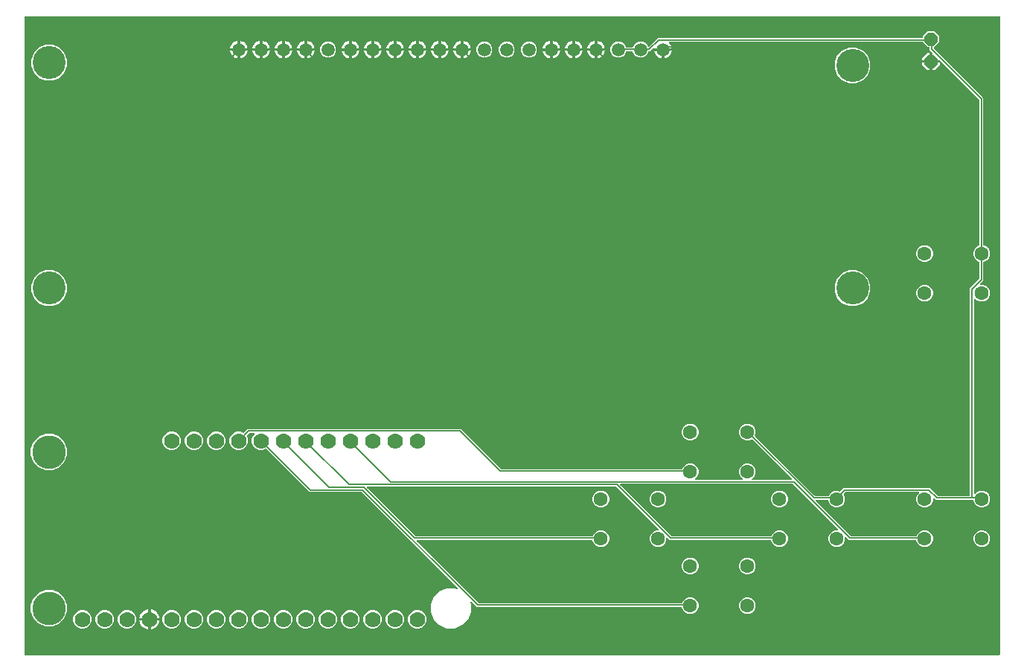
<source format=gbr>
G04 EAGLE Gerber RS-274X export*
G75*
%MOMM*%
%FSLAX34Y34*%
%LPD*%
%INTop Copper*%
%IPPOS*%
%AMOC8*
5,1,8,0,0,1.08239X$1,22.5*%
G01*
%ADD10C,1.508000*%
%ADD11C,3.750000*%
%ADD12C,3.810000*%
%ADD13C,1.778000*%
%ADD14P,1.632244X8X202.500000*%
%ADD15C,1.600000*%
%ADD16C,0.152400*%

G36*
X1119198Y-27936D02*
X1119198Y-27936D01*
X1119217Y-27938D01*
X1119319Y-27916D01*
X1119421Y-27900D01*
X1119438Y-27890D01*
X1119458Y-27886D01*
X1119547Y-27833D01*
X1119638Y-27784D01*
X1119652Y-27770D01*
X1119669Y-27760D01*
X1119736Y-27681D01*
X1119808Y-27606D01*
X1119816Y-27588D01*
X1119829Y-27573D01*
X1119868Y-27477D01*
X1119911Y-27383D01*
X1119913Y-27363D01*
X1119921Y-27345D01*
X1119939Y-27178D01*
X1119939Y698500D01*
X1119936Y698520D01*
X1119938Y698539D01*
X1119916Y698641D01*
X1119900Y698743D01*
X1119890Y698760D01*
X1119886Y698780D01*
X1119833Y698869D01*
X1119784Y698960D01*
X1119770Y698974D01*
X1119760Y698991D01*
X1119681Y699058D01*
X1119606Y699130D01*
X1119588Y699138D01*
X1119573Y699151D01*
X1119477Y699190D01*
X1119383Y699233D01*
X1119363Y699235D01*
X1119345Y699243D01*
X1119178Y699261D01*
X10922Y699261D01*
X10902Y699258D01*
X10883Y699260D01*
X10781Y699238D01*
X10679Y699222D01*
X10662Y699212D01*
X10642Y699208D01*
X10553Y699155D01*
X10462Y699106D01*
X10448Y699092D01*
X10431Y699082D01*
X10364Y699003D01*
X10292Y698928D01*
X10284Y698910D01*
X10271Y698895D01*
X10232Y698799D01*
X10189Y698705D01*
X10187Y698685D01*
X10179Y698667D01*
X10161Y698500D01*
X10161Y-27178D01*
X10164Y-27198D01*
X10162Y-27217D01*
X10184Y-27319D01*
X10200Y-27421D01*
X10210Y-27438D01*
X10214Y-27458D01*
X10267Y-27547D01*
X10316Y-27638D01*
X10330Y-27652D01*
X10340Y-27669D01*
X10419Y-27736D01*
X10494Y-27808D01*
X10512Y-27816D01*
X10527Y-27829D01*
X10623Y-27868D01*
X10717Y-27911D01*
X10737Y-27913D01*
X10755Y-27921D01*
X10922Y-27939D01*
X1119178Y-27939D01*
X1119198Y-27936D01*
G37*
%LPC*%
G36*
X490753Y2539D02*
X490753Y2539D01*
X482350Y6020D01*
X475920Y12450D01*
X472439Y20853D01*
X472439Y29947D01*
X475920Y38350D01*
X482350Y44780D01*
X490753Y48261D01*
X499847Y48261D01*
X502106Y47325D01*
X502201Y47303D01*
X502293Y47274D01*
X502320Y47275D01*
X502345Y47269D01*
X502442Y47278D01*
X502539Y47281D01*
X502564Y47290D01*
X502590Y47292D01*
X502679Y47332D01*
X502770Y47365D01*
X502791Y47382D01*
X502815Y47392D01*
X502886Y47458D01*
X502962Y47519D01*
X502977Y47541D01*
X502996Y47559D01*
X503043Y47644D01*
X503095Y47726D01*
X503102Y47751D01*
X503114Y47774D01*
X503132Y47870D01*
X503155Y47964D01*
X503153Y47990D01*
X503158Y48016D01*
X503144Y48113D01*
X503136Y48210D01*
X503126Y48234D01*
X503122Y48260D01*
X503078Y48347D01*
X503040Y48436D01*
X503020Y48461D01*
X503011Y48479D01*
X502987Y48502D01*
X502935Y48567D01*
X393992Y157510D01*
X393918Y157563D01*
X393848Y157623D01*
X393818Y157635D01*
X393792Y157654D01*
X393705Y157681D01*
X393620Y157715D01*
X393579Y157719D01*
X393557Y157726D01*
X393525Y157725D01*
X393453Y157733D01*
X334333Y157733D01*
X285444Y206622D01*
X285350Y206690D01*
X285255Y206760D01*
X285249Y206762D01*
X285244Y206766D01*
X285133Y206800D01*
X285022Y206836D01*
X285015Y206836D01*
X285009Y206838D01*
X284892Y206835D01*
X284776Y206834D01*
X284768Y206832D01*
X284763Y206832D01*
X284746Y206825D01*
X284614Y206787D01*
X281472Y205485D01*
X277328Y205485D01*
X273500Y207071D01*
X270571Y210000D01*
X268985Y213828D01*
X268985Y217972D01*
X270571Y221800D01*
X272261Y223490D01*
X272303Y223548D01*
X272352Y223600D01*
X272374Y223647D01*
X272405Y223689D01*
X272426Y223758D01*
X272456Y223823D01*
X272462Y223875D01*
X272477Y223925D01*
X272475Y223996D01*
X272483Y224067D01*
X272472Y224118D01*
X272471Y224170D01*
X272446Y224238D01*
X272431Y224308D01*
X272404Y224353D01*
X272386Y224401D01*
X272341Y224457D01*
X272305Y224519D01*
X272265Y224553D01*
X272232Y224593D01*
X272172Y224632D01*
X272118Y224679D01*
X272069Y224698D01*
X272026Y224726D01*
X271956Y224744D01*
X271890Y224771D01*
X271818Y224779D01*
X271787Y224787D01*
X271764Y224785D01*
X271723Y224789D01*
X266438Y224789D01*
X266348Y224775D01*
X266257Y224767D01*
X266228Y224755D01*
X266196Y224750D01*
X266115Y224707D01*
X266031Y224671D01*
X265999Y224645D01*
X265978Y224634D01*
X265956Y224611D01*
X265900Y224566D01*
X263278Y221944D01*
X263210Y221850D01*
X263140Y221755D01*
X263138Y221749D01*
X263134Y221744D01*
X263100Y221633D01*
X263064Y221522D01*
X263064Y221515D01*
X263062Y221509D01*
X263065Y221392D01*
X263066Y221276D01*
X263068Y221268D01*
X263068Y221263D01*
X263075Y221246D01*
X263113Y221114D01*
X264415Y217972D01*
X264415Y213828D01*
X262829Y210000D01*
X259900Y207071D01*
X256072Y205485D01*
X251928Y205485D01*
X248100Y207071D01*
X245171Y210000D01*
X243585Y213828D01*
X243585Y217972D01*
X245171Y221800D01*
X248100Y224729D01*
X251928Y226315D01*
X256072Y226315D01*
X259214Y225013D01*
X259328Y224986D01*
X259442Y224958D01*
X259448Y224958D01*
X259454Y224957D01*
X259571Y224968D01*
X259687Y224977D01*
X259692Y224979D01*
X259699Y224980D01*
X259806Y225028D01*
X259913Y225073D01*
X259919Y225078D01*
X259924Y225080D01*
X259937Y225093D01*
X260044Y225178D01*
X262666Y227800D01*
X264229Y229363D01*
X506915Y229363D01*
X552412Y183866D01*
X552486Y183813D01*
X552556Y183753D01*
X552586Y183741D01*
X552612Y183722D01*
X552699Y183695D01*
X552784Y183661D01*
X552825Y183657D01*
X552847Y183650D01*
X552879Y183651D01*
X552951Y183643D01*
X758001Y183643D01*
X758116Y183662D01*
X758232Y183679D01*
X758237Y183681D01*
X758244Y183682D01*
X758346Y183737D01*
X758451Y183790D01*
X758455Y183795D01*
X758461Y183798D01*
X758541Y183882D01*
X758623Y183966D01*
X758627Y183972D01*
X758630Y183976D01*
X758638Y183993D01*
X758704Y184113D01*
X759525Y186095D01*
X762205Y188775D01*
X765705Y190225D01*
X769495Y190225D01*
X772995Y188775D01*
X775675Y186095D01*
X777125Y182595D01*
X777125Y178805D01*
X775675Y175305D01*
X773120Y172750D01*
X773078Y172692D01*
X773029Y172640D01*
X773007Y172593D01*
X772977Y172551D01*
X772956Y172482D01*
X772925Y172417D01*
X772920Y172365D01*
X772904Y172315D01*
X772906Y172244D01*
X772898Y172173D01*
X772909Y172122D01*
X772911Y172070D01*
X772935Y172002D01*
X772951Y171932D01*
X772977Y171887D01*
X772995Y171839D01*
X773040Y171783D01*
X773077Y171721D01*
X773116Y171687D01*
X773149Y171647D01*
X773209Y171608D01*
X773264Y171561D01*
X773312Y171542D01*
X773356Y171514D01*
X773425Y171496D01*
X773492Y171469D01*
X773563Y171461D01*
X773594Y171453D01*
X773618Y171455D01*
X773659Y171451D01*
X826541Y171451D01*
X826612Y171462D01*
X826684Y171464D01*
X826733Y171482D01*
X826784Y171490D01*
X826848Y171524D01*
X826915Y171549D01*
X826956Y171581D01*
X827002Y171606D01*
X827051Y171658D01*
X827107Y171702D01*
X827135Y171746D01*
X827171Y171784D01*
X827201Y171849D01*
X827240Y171909D01*
X827253Y171960D01*
X827275Y172007D01*
X827282Y172078D01*
X827300Y172148D01*
X827296Y172200D01*
X827302Y172251D01*
X827286Y172322D01*
X827281Y172393D01*
X827261Y172441D01*
X827249Y172492D01*
X827213Y172553D01*
X827185Y172619D01*
X827140Y172675D01*
X827123Y172703D01*
X827105Y172718D01*
X827080Y172750D01*
X824525Y175305D01*
X823075Y178805D01*
X823075Y182595D01*
X824525Y186095D01*
X827205Y188775D01*
X830705Y190225D01*
X834495Y190225D01*
X837995Y188775D01*
X840675Y186095D01*
X842125Y182595D01*
X842125Y178805D01*
X840675Y175305D01*
X838120Y172750D01*
X838078Y172692D01*
X838029Y172640D01*
X838007Y172593D01*
X837977Y172551D01*
X837956Y172482D01*
X837925Y172417D01*
X837920Y172365D01*
X837904Y172315D01*
X837906Y172244D01*
X837898Y172173D01*
X837909Y172122D01*
X837911Y172070D01*
X837935Y172002D01*
X837951Y171932D01*
X837977Y171887D01*
X837995Y171839D01*
X838040Y171783D01*
X838077Y171721D01*
X838116Y171687D01*
X838149Y171647D01*
X838209Y171608D01*
X838264Y171561D01*
X838312Y171542D01*
X838356Y171514D01*
X838425Y171496D01*
X838492Y171469D01*
X838563Y171461D01*
X838594Y171453D01*
X838618Y171455D01*
X838659Y171451D01*
X882658Y171451D01*
X882728Y171462D01*
X882800Y171464D01*
X882849Y171482D01*
X882900Y171490D01*
X882964Y171524D01*
X883031Y171549D01*
X883072Y171581D01*
X883118Y171606D01*
X883167Y171658D01*
X883223Y171702D01*
X883251Y171746D01*
X883287Y171784D01*
X883317Y171849D01*
X883356Y171909D01*
X883369Y171960D01*
X883391Y172007D01*
X883399Y172078D01*
X883416Y172148D01*
X883412Y172200D01*
X883418Y172251D01*
X883403Y172322D01*
X883397Y172393D01*
X883377Y172441D01*
X883366Y172492D01*
X883329Y172553D01*
X883301Y172619D01*
X883256Y172675D01*
X883239Y172703D01*
X883222Y172718D01*
X883196Y172750D01*
X838585Y217361D01*
X838491Y217428D01*
X838396Y217499D01*
X838390Y217501D01*
X838385Y217504D01*
X838275Y217539D01*
X838163Y217575D01*
X838156Y217575D01*
X838150Y217577D01*
X838034Y217574D01*
X837917Y217573D01*
X837909Y217571D01*
X837904Y217570D01*
X837887Y217564D01*
X837756Y217526D01*
X834495Y216175D01*
X830705Y216175D01*
X827205Y217625D01*
X824525Y220305D01*
X823075Y223805D01*
X823075Y227595D01*
X824525Y231095D01*
X827205Y233775D01*
X830705Y235225D01*
X834495Y235225D01*
X837995Y233775D01*
X840675Y231095D01*
X842125Y227595D01*
X842125Y223805D01*
X841289Y221789D01*
X841263Y221675D01*
X841234Y221562D01*
X841235Y221556D01*
X841233Y221550D01*
X841244Y221433D01*
X841253Y221317D01*
X841256Y221311D01*
X841256Y221305D01*
X841304Y221197D01*
X841350Y221090D01*
X841354Y221085D01*
X841356Y221080D01*
X841369Y221066D01*
X841455Y220959D01*
X909028Y153386D01*
X909102Y153333D01*
X909172Y153273D01*
X909202Y153261D01*
X909228Y153242D01*
X909315Y153215D01*
X909400Y153181D01*
X909441Y153177D01*
X909463Y153170D01*
X909495Y153171D01*
X909567Y153163D01*
X924899Y153163D01*
X925014Y153182D01*
X925130Y153199D01*
X925136Y153201D01*
X925142Y153202D01*
X925244Y153257D01*
X925349Y153310D01*
X925354Y153315D01*
X925359Y153318D01*
X925439Y153402D01*
X925521Y153486D01*
X925525Y153492D01*
X925529Y153496D01*
X925536Y153513D01*
X925602Y153633D01*
X926125Y154895D01*
X928805Y157575D01*
X932305Y159025D01*
X936095Y159025D01*
X937769Y158331D01*
X937882Y158305D01*
X937996Y158276D01*
X938002Y158277D01*
X938008Y158275D01*
X938125Y158286D01*
X938241Y158295D01*
X938247Y158298D01*
X938253Y158298D01*
X938361Y158346D01*
X938467Y158391D01*
X938473Y158396D01*
X938478Y158398D01*
X938492Y158411D01*
X938598Y158496D01*
X942409Y162307D01*
X1040315Y162307D01*
X1049236Y153386D01*
X1049310Y153333D01*
X1049380Y153273D01*
X1049410Y153261D01*
X1049436Y153242D01*
X1049523Y153215D01*
X1049608Y153181D01*
X1049649Y153177D01*
X1049671Y153170D01*
X1049703Y153171D01*
X1049775Y153163D01*
X1085088Y153163D01*
X1085108Y153166D01*
X1085127Y153164D01*
X1085229Y153186D01*
X1085331Y153202D01*
X1085348Y153212D01*
X1085368Y153216D01*
X1085457Y153269D01*
X1085548Y153318D01*
X1085562Y153332D01*
X1085579Y153342D01*
X1085646Y153421D01*
X1085718Y153496D01*
X1085726Y153514D01*
X1085739Y153529D01*
X1085778Y153625D01*
X1085821Y153719D01*
X1085823Y153739D01*
X1085831Y153757D01*
X1085849Y153924D01*
X1085849Y389567D01*
X1096294Y400012D01*
X1096347Y400086D01*
X1096407Y400156D01*
X1096419Y400186D01*
X1096438Y400212D01*
X1096465Y400299D01*
X1096499Y400384D01*
X1096503Y400425D01*
X1096510Y400447D01*
X1096509Y400479D01*
X1096517Y400551D01*
X1096517Y419235D01*
X1096498Y419349D01*
X1096481Y419465D01*
X1096479Y419471D01*
X1096478Y419477D01*
X1096423Y419580D01*
X1096370Y419685D01*
X1096365Y419689D01*
X1096362Y419695D01*
X1096278Y419774D01*
X1096194Y419857D01*
X1096188Y419861D01*
X1096184Y419864D01*
X1096167Y419872D01*
X1096047Y419938D01*
X1093905Y420825D01*
X1091225Y423505D01*
X1089775Y427005D01*
X1089775Y430795D01*
X1091225Y434295D01*
X1093905Y436975D01*
X1096047Y437862D01*
X1096147Y437924D01*
X1096247Y437984D01*
X1096251Y437988D01*
X1096256Y437992D01*
X1096331Y438082D01*
X1096407Y438171D01*
X1096409Y438176D01*
X1096413Y438181D01*
X1096455Y438290D01*
X1096499Y438399D01*
X1096500Y438406D01*
X1096501Y438411D01*
X1096502Y438429D01*
X1096517Y438565D01*
X1096517Y603765D01*
X1096503Y603856D01*
X1096495Y603946D01*
X1096483Y603976D01*
X1096478Y604008D01*
X1096435Y604089D01*
X1096399Y604173D01*
X1096373Y604205D01*
X1096362Y604226D01*
X1096339Y604248D01*
X1096294Y604304D01*
X1051598Y649000D01*
X1051524Y649053D01*
X1051454Y649113D01*
X1051424Y649125D01*
X1051398Y649144D01*
X1051311Y649171D01*
X1051226Y649205D01*
X1051185Y649209D01*
X1051163Y649216D01*
X1051131Y649215D01*
X1051060Y649223D01*
X1043123Y649223D01*
X1043123Y657160D01*
X1043108Y657250D01*
X1043101Y657341D01*
X1043089Y657370D01*
X1043083Y657402D01*
X1043041Y657483D01*
X1043005Y657567D01*
X1042979Y657599D01*
X1042968Y657620D01*
X1042945Y657642D01*
X1042919Y657675D01*
X1042918Y657677D01*
X1042916Y657678D01*
X1042900Y657698D01*
X1040129Y660469D01*
X1040129Y663274D01*
X1040126Y663294D01*
X1040128Y663313D01*
X1040106Y663415D01*
X1040090Y663517D01*
X1040080Y663534D01*
X1040076Y663554D01*
X1040023Y663643D01*
X1039974Y663734D01*
X1039960Y663748D01*
X1039950Y663765D01*
X1039871Y663832D01*
X1039796Y663904D01*
X1039778Y663912D01*
X1039763Y663925D01*
X1039667Y663964D01*
X1039573Y664007D01*
X1039553Y664009D01*
X1039535Y664017D01*
X1039368Y664035D01*
X1037845Y664035D01*
X1032359Y669521D01*
X1032356Y669527D01*
X1032340Y669540D01*
X1032312Y669568D01*
X1032283Y669590D01*
X1032277Y669594D01*
X1032202Y669666D01*
X1032184Y669674D01*
X1032169Y669687D01*
X1032120Y669707D01*
X1032113Y669712D01*
X1032089Y669719D01*
X1032073Y669726D01*
X1031979Y669769D01*
X1031959Y669771D01*
X1031941Y669779D01*
X1031774Y669797D01*
X744097Y669797D01*
X744026Y669786D01*
X743954Y669784D01*
X743905Y669766D01*
X743854Y669758D01*
X743791Y669724D01*
X743723Y669699D01*
X743683Y669667D01*
X743637Y669642D01*
X743587Y669590D01*
X743531Y669546D01*
X743503Y669502D01*
X743467Y669464D01*
X743437Y669399D01*
X743398Y669339D01*
X743386Y669288D01*
X743364Y669241D01*
X743356Y669170D01*
X743338Y669100D01*
X743342Y669048D01*
X743337Y668997D01*
X743352Y668926D01*
X743357Y668855D01*
X743378Y668807D01*
X743389Y668756D01*
X743426Y668695D01*
X743454Y668629D01*
X743499Y668573D01*
X743515Y668545D01*
X743533Y668530D01*
X743559Y668498D01*
X744289Y667767D01*
X745222Y666483D01*
X745942Y665070D01*
X746433Y663561D01*
X746565Y662723D01*
X737362Y662723D01*
X737342Y662720D01*
X737323Y662722D01*
X737221Y662700D01*
X737119Y662683D01*
X737102Y662674D01*
X737082Y662670D01*
X736993Y662617D01*
X736902Y662568D01*
X736888Y662554D01*
X736871Y662544D01*
X736804Y662465D01*
X736733Y662390D01*
X736724Y662372D01*
X736711Y662357D01*
X736673Y662261D01*
X736629Y662167D01*
X736627Y662147D01*
X736619Y662129D01*
X736601Y661962D01*
X736601Y661199D01*
X736599Y661199D01*
X736599Y661962D01*
X736596Y661982D01*
X736598Y662001D01*
X736576Y662103D01*
X736559Y662205D01*
X736550Y662222D01*
X736546Y662242D01*
X736493Y662331D01*
X736444Y662422D01*
X736430Y662436D01*
X736420Y662453D01*
X736341Y662520D01*
X736266Y662591D01*
X736248Y662600D01*
X736233Y662613D01*
X736137Y662652D01*
X736043Y662695D01*
X736023Y662697D01*
X736005Y662705D01*
X735838Y662723D01*
X726009Y662723D01*
X725963Y662745D01*
X725892Y662753D01*
X725822Y662770D01*
X725771Y662766D01*
X725719Y662772D01*
X725649Y662757D01*
X725577Y662751D01*
X725529Y662731D01*
X725479Y662720D01*
X725417Y662683D01*
X725351Y662655D01*
X725295Y662610D01*
X725267Y662594D01*
X725252Y662576D01*
X725220Y662550D01*
X721799Y659129D01*
X720663Y659129D01*
X720548Y659110D01*
X720432Y659093D01*
X720426Y659091D01*
X720420Y659090D01*
X720317Y659035D01*
X720212Y658982D01*
X720208Y658977D01*
X720202Y658974D01*
X720123Y658890D01*
X720040Y658806D01*
X720036Y658800D01*
X720033Y658796D01*
X720025Y658779D01*
X719959Y658659D01*
X718885Y656065D01*
X716335Y653515D01*
X713003Y652135D01*
X709397Y652135D01*
X706065Y653515D01*
X703515Y656065D01*
X702441Y658659D01*
X702379Y658759D01*
X702319Y658859D01*
X702315Y658863D01*
X702311Y658868D01*
X702221Y658943D01*
X702132Y659019D01*
X702127Y659021D01*
X702122Y659025D01*
X702013Y659067D01*
X701904Y659111D01*
X701897Y659112D01*
X701892Y659113D01*
X701874Y659114D01*
X701737Y659129D01*
X695263Y659129D01*
X695148Y659110D01*
X695032Y659093D01*
X695026Y659091D01*
X695020Y659090D01*
X694917Y659035D01*
X694812Y658982D01*
X694808Y658977D01*
X694802Y658974D01*
X694723Y658890D01*
X694640Y658806D01*
X694636Y658800D01*
X694633Y658796D01*
X694625Y658779D01*
X694559Y658659D01*
X693485Y656065D01*
X690935Y653515D01*
X687603Y652135D01*
X683997Y652135D01*
X680665Y653515D01*
X678115Y656065D01*
X676735Y659397D01*
X676735Y663003D01*
X678115Y666335D01*
X680665Y668885D01*
X683997Y670265D01*
X687603Y670265D01*
X690935Y668885D01*
X693485Y666335D01*
X694380Y664173D01*
X694442Y664073D01*
X694502Y663973D01*
X694507Y663969D01*
X694510Y663964D01*
X694600Y663889D01*
X694689Y663813D01*
X694695Y663811D01*
X694699Y663807D01*
X694808Y663765D01*
X694917Y663721D01*
X694924Y663720D01*
X694929Y663719D01*
X694947Y663718D01*
X695084Y663703D01*
X701916Y663703D01*
X702031Y663722D01*
X702147Y663739D01*
X702153Y663741D01*
X702159Y663742D01*
X702262Y663797D01*
X702367Y663850D01*
X702371Y663855D01*
X702377Y663858D01*
X702456Y663942D01*
X702539Y664026D01*
X702542Y664032D01*
X702546Y664036D01*
X702554Y664053D01*
X702620Y664173D01*
X703515Y666335D01*
X706065Y668885D01*
X709397Y670265D01*
X713003Y670265D01*
X716335Y668885D01*
X718885Y666335D01*
X719518Y664805D01*
X719543Y664766D01*
X719558Y664723D01*
X719607Y664662D01*
X719648Y664596D01*
X719683Y664566D01*
X719712Y664531D01*
X719777Y664489D01*
X719837Y664439D01*
X719880Y664423D01*
X719919Y664398D01*
X719995Y664379D01*
X720067Y664351D01*
X720113Y664349D01*
X720157Y664338D01*
X720235Y664344D01*
X720313Y664340D01*
X720357Y664353D01*
X720403Y664357D01*
X720474Y664387D01*
X720549Y664409D01*
X720587Y664435D01*
X720629Y664453D01*
X720736Y664538D01*
X720751Y664549D01*
X720754Y664553D01*
X720760Y664558D01*
X729010Y672808D01*
X730573Y674371D01*
X1031774Y674371D01*
X1031794Y674374D01*
X1031813Y674372D01*
X1031915Y674394D01*
X1032017Y674410D01*
X1032034Y674420D01*
X1032054Y674424D01*
X1032143Y674477D01*
X1032234Y674526D01*
X1032248Y674540D01*
X1032265Y674550D01*
X1032332Y674629D01*
X1032404Y674704D01*
X1032412Y674722D01*
X1032425Y674737D01*
X1032464Y674833D01*
X1032507Y674927D01*
X1032509Y674947D01*
X1032517Y674965D01*
X1032535Y675132D01*
X1032535Y676855D01*
X1037845Y682165D01*
X1045355Y682165D01*
X1050665Y676855D01*
X1050665Y669345D01*
X1045334Y664015D01*
X1045323Y664012D01*
X1045221Y663996D01*
X1045204Y663986D01*
X1045184Y663982D01*
X1045095Y663929D01*
X1045004Y663880D01*
X1044990Y663866D01*
X1044973Y663856D01*
X1044906Y663777D01*
X1044834Y663702D01*
X1044826Y663684D01*
X1044813Y663669D01*
X1044774Y663573D01*
X1044731Y663479D01*
X1044729Y663459D01*
X1044721Y663441D01*
X1044703Y663274D01*
X1044703Y662679D01*
X1044717Y662588D01*
X1044725Y662498D01*
X1044737Y662468D01*
X1044742Y662436D01*
X1044785Y662355D01*
X1044821Y662271D01*
X1044847Y662239D01*
X1044858Y662218D01*
X1044881Y662196D01*
X1044926Y662140D01*
X1101091Y605975D01*
X1101091Y438976D01*
X1101110Y438862D01*
X1101127Y438745D01*
X1101129Y438740D01*
X1101130Y438734D01*
X1101185Y438631D01*
X1101238Y438526D01*
X1101243Y438522D01*
X1101246Y438516D01*
X1101330Y438436D01*
X1101414Y438354D01*
X1101420Y438350D01*
X1101424Y438347D01*
X1101441Y438339D01*
X1101561Y438273D01*
X1104695Y436975D01*
X1107375Y434295D01*
X1108825Y430795D01*
X1108825Y427005D01*
X1107375Y423505D01*
X1104695Y420825D01*
X1101561Y419527D01*
X1101461Y419465D01*
X1101361Y419405D01*
X1101357Y419401D01*
X1101352Y419397D01*
X1101277Y419307D01*
X1101201Y419218D01*
X1101199Y419213D01*
X1101195Y419208D01*
X1101153Y419099D01*
X1101109Y418990D01*
X1101108Y418983D01*
X1101107Y418978D01*
X1101106Y418960D01*
X1101091Y418824D01*
X1101091Y398341D01*
X1097474Y394724D01*
X1097432Y394666D01*
X1097383Y394614D01*
X1097361Y394567D01*
X1097331Y394525D01*
X1097310Y394456D01*
X1097279Y394391D01*
X1097274Y394339D01*
X1097258Y394289D01*
X1097260Y394218D01*
X1097252Y394147D01*
X1097263Y394096D01*
X1097265Y394044D01*
X1097289Y393976D01*
X1097304Y393906D01*
X1097331Y393861D01*
X1097349Y393813D01*
X1097394Y393757D01*
X1097431Y393695D01*
X1097470Y393661D01*
X1097503Y393621D01*
X1097563Y393582D01*
X1097618Y393535D01*
X1097666Y393516D01*
X1097710Y393488D01*
X1097779Y393470D01*
X1097846Y393443D01*
X1097917Y393435D01*
X1097948Y393427D01*
X1097972Y393429D01*
X1098012Y393425D01*
X1101195Y393425D01*
X1104695Y391975D01*
X1107375Y389295D01*
X1108825Y385795D01*
X1108825Y382005D01*
X1107375Y378505D01*
X1104695Y375825D01*
X1101195Y374375D01*
X1097405Y374375D01*
X1093905Y375825D01*
X1091722Y378008D01*
X1091664Y378050D01*
X1091612Y378099D01*
X1091565Y378121D01*
X1091523Y378151D01*
X1091454Y378172D01*
X1091389Y378203D01*
X1091337Y378208D01*
X1091287Y378224D01*
X1091216Y378222D01*
X1091145Y378230D01*
X1091094Y378219D01*
X1091042Y378217D01*
X1090974Y378193D01*
X1090904Y378177D01*
X1090859Y378151D01*
X1090811Y378133D01*
X1090755Y378088D01*
X1090693Y378051D01*
X1090659Y378012D01*
X1090619Y377979D01*
X1090580Y377919D01*
X1090533Y377864D01*
X1090514Y377816D01*
X1090486Y377772D01*
X1090468Y377703D01*
X1090441Y377636D01*
X1090433Y377565D01*
X1090425Y377534D01*
X1090427Y377510D01*
X1090423Y377469D01*
X1090423Y155931D01*
X1090434Y155860D01*
X1090436Y155788D01*
X1090454Y155739D01*
X1090462Y155688D01*
X1090496Y155624D01*
X1090521Y155557D01*
X1090553Y155516D01*
X1090578Y155470D01*
X1090630Y155421D01*
X1090674Y155365D01*
X1090718Y155337D01*
X1090756Y155301D01*
X1090821Y155271D01*
X1090881Y155232D01*
X1090932Y155219D01*
X1090979Y155197D01*
X1091050Y155190D01*
X1091120Y155172D01*
X1091172Y155176D01*
X1091223Y155170D01*
X1091294Y155186D01*
X1091365Y155191D01*
X1091413Y155211D01*
X1091464Y155223D01*
X1091525Y155259D01*
X1091591Y155287D01*
X1091647Y155332D01*
X1091675Y155349D01*
X1091690Y155367D01*
X1091722Y155392D01*
X1093905Y157575D01*
X1097405Y159025D01*
X1101195Y159025D01*
X1104695Y157575D01*
X1107375Y154895D01*
X1108825Y151395D01*
X1108825Y147605D01*
X1107375Y144105D01*
X1104695Y141425D01*
X1101195Y139975D01*
X1097405Y139975D01*
X1093905Y141425D01*
X1091225Y144105D01*
X1089775Y147605D01*
X1089775Y147828D01*
X1089772Y147848D01*
X1089774Y147867D01*
X1089752Y147969D01*
X1089736Y148071D01*
X1089726Y148088D01*
X1089722Y148108D01*
X1089669Y148197D01*
X1089620Y148288D01*
X1089606Y148302D01*
X1089596Y148319D01*
X1089517Y148386D01*
X1089442Y148458D01*
X1089424Y148466D01*
X1089409Y148479D01*
X1089313Y148518D01*
X1089219Y148561D01*
X1089199Y148563D01*
X1089181Y148571D01*
X1089014Y148589D01*
X1047565Y148589D01*
X1045124Y151030D01*
X1045066Y151072D01*
X1045014Y151121D01*
X1044967Y151143D01*
X1044925Y151173D01*
X1044856Y151194D01*
X1044791Y151225D01*
X1044739Y151230D01*
X1044689Y151246D01*
X1044618Y151244D01*
X1044547Y151252D01*
X1044496Y151241D01*
X1044444Y151239D01*
X1044376Y151215D01*
X1044306Y151200D01*
X1044261Y151173D01*
X1044213Y151155D01*
X1044157Y151110D01*
X1044095Y151073D01*
X1044061Y151034D01*
X1044021Y151001D01*
X1043982Y150941D01*
X1043935Y150886D01*
X1043916Y150838D01*
X1043888Y150794D01*
X1043870Y150725D01*
X1043843Y150658D01*
X1043835Y150587D01*
X1043827Y150556D01*
X1043829Y150532D01*
X1043825Y150492D01*
X1043825Y147605D01*
X1042375Y144105D01*
X1039695Y141425D01*
X1036195Y139975D01*
X1032405Y139975D01*
X1028905Y141425D01*
X1026225Y144105D01*
X1024775Y147605D01*
X1024775Y151395D01*
X1026225Y154895D01*
X1027764Y156434D01*
X1027806Y156492D01*
X1027855Y156544D01*
X1027877Y156591D01*
X1027907Y156633D01*
X1027928Y156702D01*
X1027959Y156767D01*
X1027964Y156819D01*
X1027980Y156869D01*
X1027978Y156940D01*
X1027986Y157011D01*
X1027975Y157062D01*
X1027973Y157114D01*
X1027949Y157182D01*
X1027933Y157252D01*
X1027907Y157297D01*
X1027889Y157345D01*
X1027844Y157401D01*
X1027807Y157463D01*
X1027768Y157497D01*
X1027735Y157537D01*
X1027675Y157576D01*
X1027620Y157623D01*
X1027572Y157642D01*
X1027528Y157670D01*
X1027459Y157688D01*
X1027392Y157715D01*
X1027321Y157723D01*
X1027290Y157731D01*
X1027266Y157729D01*
X1027225Y157733D01*
X944619Y157733D01*
X944528Y157719D01*
X944438Y157711D01*
X944408Y157699D01*
X944376Y157694D01*
X944295Y157651D01*
X944211Y157615D01*
X944179Y157589D01*
X944158Y157578D01*
X944136Y157555D01*
X944080Y157510D01*
X942397Y155827D01*
X942329Y155733D01*
X942259Y155639D01*
X942257Y155633D01*
X942254Y155628D01*
X942220Y155517D01*
X942183Y155405D01*
X942183Y155399D01*
X942181Y155393D01*
X942184Y155276D01*
X942186Y155159D01*
X942188Y155152D01*
X942188Y155147D01*
X942194Y155129D01*
X942232Y154998D01*
X943725Y151395D01*
X943725Y147605D01*
X942275Y144105D01*
X939595Y141425D01*
X936095Y139975D01*
X932305Y139975D01*
X928805Y141425D01*
X926125Y144105D01*
X924675Y147605D01*
X924675Y147828D01*
X924672Y147848D01*
X924674Y147867D01*
X924652Y147969D01*
X924636Y148071D01*
X924626Y148088D01*
X924622Y148108D01*
X924569Y148197D01*
X924520Y148288D01*
X924506Y148302D01*
X924496Y148319D01*
X924417Y148386D01*
X924342Y148458D01*
X924324Y148466D01*
X924309Y148479D01*
X924213Y148518D01*
X924119Y148561D01*
X924099Y148563D01*
X924081Y148571D01*
X923914Y148589D01*
X911090Y148589D01*
X911020Y148578D01*
X910948Y148576D01*
X910899Y148558D01*
X910848Y148550D01*
X910784Y148516D01*
X910717Y148491D01*
X910676Y148459D01*
X910630Y148434D01*
X910581Y148382D01*
X910525Y148338D01*
X910497Y148294D01*
X910461Y148256D01*
X910431Y148191D01*
X910392Y148131D01*
X910379Y148080D01*
X910357Y148033D01*
X910349Y147962D01*
X910332Y147892D01*
X910336Y147840D01*
X910330Y147789D01*
X910345Y147718D01*
X910351Y147647D01*
X910371Y147599D01*
X910382Y147548D01*
X910419Y147487D01*
X910447Y147421D01*
X910492Y147365D01*
X910509Y147337D01*
X910526Y147322D01*
X910552Y147290D01*
X950176Y107666D01*
X950250Y107613D01*
X950320Y107553D01*
X950350Y107541D01*
X950376Y107522D01*
X950463Y107495D01*
X950548Y107461D01*
X950589Y107457D01*
X950611Y107450D01*
X950643Y107451D01*
X950715Y107443D01*
X1024701Y107443D01*
X1024816Y107462D01*
X1024932Y107479D01*
X1024937Y107481D01*
X1024944Y107482D01*
X1025046Y107537D01*
X1025151Y107590D01*
X1025155Y107595D01*
X1025161Y107598D01*
X1025241Y107682D01*
X1025323Y107766D01*
X1025327Y107772D01*
X1025330Y107776D01*
X1025338Y107793D01*
X1025404Y107913D01*
X1026225Y109895D01*
X1028905Y112575D01*
X1032405Y114025D01*
X1036195Y114025D01*
X1039695Y112575D01*
X1042375Y109895D01*
X1043825Y106395D01*
X1043825Y102605D01*
X1042375Y99105D01*
X1039695Y96425D01*
X1036195Y94975D01*
X1032405Y94975D01*
X1028905Y96425D01*
X1026225Y99105D01*
X1024861Y102399D01*
X1024799Y102499D01*
X1024739Y102599D01*
X1024734Y102603D01*
X1024731Y102608D01*
X1024641Y102683D01*
X1024552Y102759D01*
X1024546Y102761D01*
X1024542Y102765D01*
X1024433Y102807D01*
X1024324Y102851D01*
X1024316Y102852D01*
X1024312Y102853D01*
X1024294Y102854D01*
X1024157Y102869D01*
X948505Y102869D01*
X945024Y106350D01*
X944966Y106392D01*
X944914Y106441D01*
X944867Y106463D01*
X944825Y106493D01*
X944756Y106514D01*
X944691Y106545D01*
X944639Y106550D01*
X944589Y106566D01*
X944518Y106564D01*
X944447Y106572D01*
X944396Y106561D01*
X944344Y106559D01*
X944276Y106535D01*
X944206Y106520D01*
X944161Y106493D01*
X944113Y106475D01*
X944057Y106430D01*
X943995Y106393D01*
X943961Y106354D01*
X943921Y106321D01*
X943882Y106261D01*
X943835Y106206D01*
X943816Y106158D01*
X943788Y106114D01*
X943770Y106045D01*
X943743Y105978D01*
X943735Y105907D01*
X943727Y105876D01*
X943729Y105852D01*
X943725Y105812D01*
X943725Y102605D01*
X942275Y99105D01*
X939595Y96425D01*
X936095Y94975D01*
X932305Y94975D01*
X928805Y96425D01*
X926125Y99105D01*
X924675Y102605D01*
X924675Y106395D01*
X926125Y109895D01*
X928805Y112575D01*
X932305Y114025D01*
X935512Y114025D01*
X935582Y114036D01*
X935654Y114038D01*
X935703Y114056D01*
X935754Y114064D01*
X935818Y114098D01*
X935885Y114123D01*
X935926Y114155D01*
X935972Y114180D01*
X936021Y114232D01*
X936077Y114276D01*
X936105Y114320D01*
X936141Y114358D01*
X936171Y114423D01*
X936210Y114483D01*
X936223Y114534D01*
X936245Y114581D01*
X936253Y114652D01*
X936270Y114722D01*
X936266Y114774D01*
X936272Y114825D01*
X936257Y114896D01*
X936251Y114967D01*
X936231Y115015D01*
X936220Y115066D01*
X936183Y115127D01*
X936155Y115193D01*
X936110Y115249D01*
X936093Y115277D01*
X936076Y115292D01*
X936050Y115324D01*
X884720Y166654D01*
X884646Y166707D01*
X884576Y166767D01*
X884546Y166779D01*
X884520Y166798D01*
X884433Y166825D01*
X884348Y166859D01*
X884307Y166863D01*
X884285Y166870D01*
X884253Y166869D01*
X884181Y166877D01*
X688586Y166877D01*
X688516Y166866D01*
X688444Y166864D01*
X688395Y166846D01*
X688344Y166838D01*
X688280Y166804D01*
X688213Y166779D01*
X688172Y166747D01*
X688126Y166722D01*
X688077Y166670D01*
X688021Y166626D01*
X687993Y166582D01*
X687957Y166544D01*
X687927Y166479D01*
X687888Y166419D01*
X687875Y166368D01*
X687853Y166321D01*
X687845Y166250D01*
X687828Y166180D01*
X687832Y166128D01*
X687826Y166077D01*
X687841Y166006D01*
X687847Y165935D01*
X687867Y165887D01*
X687878Y165836D01*
X687915Y165775D01*
X687943Y165709D01*
X687988Y165653D01*
X688005Y165625D01*
X688022Y165610D01*
X688048Y165578D01*
X745960Y107666D01*
X746034Y107613D01*
X746104Y107553D01*
X746134Y107541D01*
X746160Y107522D01*
X746247Y107495D01*
X746332Y107461D01*
X746373Y107457D01*
X746395Y107450D01*
X746427Y107451D01*
X746499Y107443D01*
X859601Y107443D01*
X859716Y107462D01*
X859832Y107479D01*
X859837Y107481D01*
X859844Y107482D01*
X859946Y107537D01*
X860051Y107590D01*
X860055Y107595D01*
X860061Y107598D01*
X860141Y107682D01*
X860223Y107766D01*
X860227Y107772D01*
X860230Y107776D01*
X860238Y107793D01*
X860304Y107913D01*
X861125Y109895D01*
X863805Y112575D01*
X867305Y114025D01*
X871095Y114025D01*
X874595Y112575D01*
X877275Y109895D01*
X878725Y106395D01*
X878725Y102605D01*
X877275Y99105D01*
X874595Y96425D01*
X871095Y94975D01*
X867305Y94975D01*
X863805Y96425D01*
X861125Y99105D01*
X859761Y102399D01*
X859699Y102499D01*
X859639Y102599D01*
X859634Y102603D01*
X859631Y102608D01*
X859541Y102683D01*
X859452Y102759D01*
X859446Y102761D01*
X859442Y102765D01*
X859333Y102807D01*
X859224Y102851D01*
X859216Y102852D01*
X859212Y102853D01*
X859194Y102854D01*
X859057Y102869D01*
X744289Y102869D01*
X741824Y105334D01*
X741766Y105376D01*
X741714Y105425D01*
X741667Y105447D01*
X741625Y105477D01*
X741556Y105498D01*
X741491Y105529D01*
X741439Y105534D01*
X741389Y105550D01*
X741318Y105548D01*
X741247Y105556D01*
X741196Y105545D01*
X741144Y105543D01*
X741076Y105519D01*
X741006Y105504D01*
X740961Y105477D01*
X740913Y105459D01*
X740857Y105414D01*
X740795Y105377D01*
X740761Y105338D01*
X740721Y105305D01*
X740682Y105245D01*
X740635Y105190D01*
X740616Y105142D01*
X740588Y105098D01*
X740570Y105029D01*
X740543Y104962D01*
X740535Y104891D01*
X740527Y104860D01*
X740529Y104836D01*
X740525Y104796D01*
X740525Y102605D01*
X739075Y99105D01*
X736395Y96425D01*
X732895Y94975D01*
X729105Y94975D01*
X725605Y96425D01*
X722925Y99105D01*
X721475Y102605D01*
X721475Y106395D01*
X722925Y109895D01*
X725605Y112575D01*
X729105Y114025D01*
X731296Y114025D01*
X731366Y114036D01*
X731438Y114038D01*
X731487Y114056D01*
X731538Y114064D01*
X731602Y114098D01*
X731669Y114123D01*
X731710Y114155D01*
X731756Y114180D01*
X731805Y114232D01*
X731861Y114276D01*
X731889Y114320D01*
X731925Y114358D01*
X731955Y114423D01*
X731994Y114483D01*
X732007Y114534D01*
X732029Y114581D01*
X732037Y114652D01*
X732054Y114722D01*
X732050Y114774D01*
X732056Y114825D01*
X732041Y114896D01*
X732035Y114967D01*
X732015Y115015D01*
X732004Y115066D01*
X731967Y115127D01*
X731939Y115193D01*
X731894Y115249D01*
X731877Y115277D01*
X731860Y115292D01*
X731834Y115324D01*
X683552Y163606D01*
X683478Y163659D01*
X683408Y163719D01*
X683378Y163731D01*
X683352Y163750D01*
X683265Y163777D01*
X683180Y163811D01*
X683139Y163815D01*
X683117Y163822D01*
X683085Y163821D01*
X683013Y163829D01*
X400550Y163829D01*
X400480Y163818D01*
X400408Y163816D01*
X400359Y163798D01*
X400308Y163790D01*
X400244Y163756D01*
X400177Y163731D01*
X400136Y163699D01*
X400090Y163674D01*
X400041Y163622D01*
X399985Y163578D01*
X399957Y163534D01*
X399921Y163496D01*
X399891Y163431D01*
X399852Y163371D01*
X399839Y163320D01*
X399817Y163273D01*
X399809Y163202D01*
X399792Y163132D01*
X399796Y163080D01*
X399790Y163029D01*
X399805Y162958D01*
X399811Y162887D01*
X399831Y162839D01*
X399842Y162788D01*
X399879Y162727D01*
X399907Y162661D01*
X399952Y162605D01*
X399969Y162577D01*
X399986Y162562D01*
X400012Y162530D01*
X454876Y107666D01*
X454950Y107613D01*
X455020Y107553D01*
X455050Y107541D01*
X455076Y107522D01*
X455163Y107495D01*
X455248Y107461D01*
X455289Y107457D01*
X455311Y107450D01*
X455343Y107451D01*
X455415Y107443D01*
X656401Y107443D01*
X656516Y107462D01*
X656632Y107479D01*
X656637Y107481D01*
X656644Y107482D01*
X656746Y107537D01*
X656851Y107590D01*
X656855Y107595D01*
X656861Y107598D01*
X656941Y107682D01*
X657023Y107766D01*
X657027Y107772D01*
X657030Y107776D01*
X657038Y107793D01*
X657104Y107913D01*
X657925Y109895D01*
X660605Y112575D01*
X664105Y114025D01*
X667895Y114025D01*
X671395Y112575D01*
X674075Y109895D01*
X675525Y106395D01*
X675525Y102605D01*
X674075Y99105D01*
X671395Y96425D01*
X667895Y94975D01*
X664105Y94975D01*
X660605Y96425D01*
X657925Y99105D01*
X656561Y102399D01*
X656499Y102499D01*
X656439Y102599D01*
X656434Y102603D01*
X656431Y102608D01*
X656341Y102683D01*
X656252Y102759D01*
X656246Y102761D01*
X656242Y102765D01*
X656133Y102807D01*
X656024Y102851D01*
X656016Y102852D01*
X656012Y102853D01*
X655994Y102854D01*
X655857Y102869D01*
X456938Y102869D01*
X456868Y102858D01*
X456796Y102856D01*
X456747Y102838D01*
X456696Y102830D01*
X456632Y102796D01*
X456565Y102771D01*
X456524Y102739D01*
X456478Y102714D01*
X456429Y102662D01*
X456373Y102618D01*
X456345Y102574D01*
X456309Y102536D01*
X456279Y102471D01*
X456240Y102411D01*
X456227Y102360D01*
X456205Y102313D01*
X456197Y102242D01*
X456180Y102172D01*
X456184Y102120D01*
X456178Y102069D01*
X456193Y101998D01*
X456199Y101927D01*
X456219Y101879D01*
X456230Y101828D01*
X456267Y101767D01*
X456295Y101701D01*
X456340Y101645D01*
X456357Y101617D01*
X456374Y101602D01*
X456400Y101570D01*
X526504Y31466D01*
X526578Y31413D01*
X526648Y31353D01*
X526678Y31341D01*
X526704Y31322D01*
X526791Y31295D01*
X526876Y31261D01*
X526917Y31257D01*
X526939Y31250D01*
X526971Y31251D01*
X527043Y31243D01*
X758001Y31243D01*
X758116Y31262D01*
X758232Y31279D01*
X758237Y31281D01*
X758244Y31282D01*
X758346Y31337D01*
X758451Y31390D01*
X758455Y31395D01*
X758461Y31398D01*
X758541Y31482D01*
X758623Y31566D01*
X758627Y31572D01*
X758630Y31576D01*
X758638Y31593D01*
X758704Y31713D01*
X759525Y33695D01*
X762205Y36375D01*
X765705Y37825D01*
X769495Y37825D01*
X772995Y36375D01*
X775675Y33695D01*
X777125Y30195D01*
X777125Y26405D01*
X775675Y22905D01*
X772995Y20225D01*
X769495Y18775D01*
X765705Y18775D01*
X762205Y20225D01*
X759525Y22905D01*
X758161Y26199D01*
X758099Y26299D01*
X758039Y26399D01*
X758034Y26403D01*
X758031Y26408D01*
X757941Y26483D01*
X757852Y26559D01*
X757846Y26561D01*
X757842Y26565D01*
X757733Y26607D01*
X757624Y26651D01*
X757616Y26652D01*
X757612Y26653D01*
X757594Y26654D01*
X757457Y26669D01*
X524833Y26669D01*
X518467Y33035D01*
X518388Y33092D01*
X518313Y33154D01*
X518288Y33164D01*
X518267Y33179D01*
X518174Y33207D01*
X518083Y33242D01*
X518057Y33243D01*
X518032Y33251D01*
X517935Y33249D01*
X517837Y33253D01*
X517812Y33245D01*
X517786Y33245D01*
X517695Y33211D01*
X517601Y33184D01*
X517580Y33169D01*
X517555Y33160D01*
X517479Y33099D01*
X517399Y33044D01*
X517384Y33023D01*
X517363Y33007D01*
X517310Y32924D01*
X517252Y32847D01*
X517244Y32822D01*
X517230Y32800D01*
X517206Y32705D01*
X517176Y32613D01*
X517176Y32586D01*
X517170Y32561D01*
X517178Y32464D01*
X517179Y32367D01*
X517188Y32335D01*
X517189Y32316D01*
X517202Y32286D01*
X517225Y32206D01*
X518161Y29947D01*
X518161Y20853D01*
X514680Y12450D01*
X508250Y6020D01*
X499847Y2539D01*
X490753Y2539D01*
G37*
%LPD*%
%LPC*%
G36*
X34007Y4825D02*
X34007Y4825D01*
X26445Y7958D01*
X20658Y13745D01*
X17525Y21307D01*
X17525Y29493D01*
X20658Y37055D01*
X26445Y42842D01*
X34007Y45975D01*
X42193Y45975D01*
X49755Y42842D01*
X55542Y37055D01*
X58675Y29493D01*
X58675Y21307D01*
X55542Y13745D01*
X49755Y7958D01*
X42193Y4825D01*
X34007Y4825D01*
G37*
%LPD*%
%LPC*%
G36*
X34007Y182625D02*
X34007Y182625D01*
X26445Y185758D01*
X20658Y191545D01*
X17525Y199107D01*
X17525Y207293D01*
X20658Y214855D01*
X26445Y220642D01*
X34007Y223775D01*
X42193Y223775D01*
X49755Y220642D01*
X55542Y214855D01*
X58675Y207293D01*
X58675Y199107D01*
X55542Y191545D01*
X49755Y185758D01*
X42193Y182625D01*
X34007Y182625D01*
G37*
%LPD*%
%LPC*%
G36*
X948267Y369325D02*
X948267Y369325D01*
X940815Y372412D01*
X935112Y378115D01*
X932025Y385567D01*
X932025Y393633D01*
X935112Y401085D01*
X940815Y406788D01*
X948267Y409875D01*
X956333Y409875D01*
X963785Y406788D01*
X969488Y401085D01*
X972575Y393633D01*
X972575Y385567D01*
X969488Y378115D01*
X963785Y372412D01*
X956333Y369325D01*
X948267Y369325D01*
G37*
%LPD*%
%LPC*%
G36*
X948267Y622925D02*
X948267Y622925D01*
X940815Y626012D01*
X935112Y631715D01*
X932025Y639167D01*
X932025Y647233D01*
X935112Y654685D01*
X940815Y660388D01*
X948267Y663475D01*
X956333Y663475D01*
X963785Y660388D01*
X969488Y654685D01*
X972575Y647233D01*
X972575Y639167D01*
X969488Y631715D01*
X963785Y626012D01*
X956333Y622925D01*
X948267Y622925D01*
G37*
%LPD*%
%LPC*%
G36*
X34267Y625925D02*
X34267Y625925D01*
X26815Y629012D01*
X21112Y634715D01*
X18025Y642167D01*
X18025Y650233D01*
X21112Y657685D01*
X26815Y663388D01*
X34267Y666475D01*
X42333Y666475D01*
X49785Y663388D01*
X55488Y657685D01*
X58575Y650233D01*
X58575Y642167D01*
X55488Y634715D01*
X49785Y629012D01*
X42333Y625925D01*
X34267Y625925D01*
G37*
%LPD*%
%LPC*%
G36*
X34267Y369325D02*
X34267Y369325D01*
X26815Y372412D01*
X21112Y378115D01*
X18025Y385567D01*
X18025Y393633D01*
X21112Y401085D01*
X26815Y406788D01*
X34267Y409875D01*
X42333Y409875D01*
X49785Y406788D01*
X55488Y401085D01*
X58575Y393633D01*
X58575Y385567D01*
X55488Y378115D01*
X49785Y372412D01*
X42333Y369325D01*
X34267Y369325D01*
G37*
%LPD*%
%LPC*%
G36*
X353528Y2285D02*
X353528Y2285D01*
X349700Y3871D01*
X346771Y6800D01*
X345185Y10628D01*
X345185Y14772D01*
X346771Y18600D01*
X349700Y21529D01*
X353528Y23115D01*
X357672Y23115D01*
X361500Y21529D01*
X364429Y18600D01*
X366015Y14772D01*
X366015Y10628D01*
X364429Y6800D01*
X361500Y3871D01*
X357672Y2285D01*
X353528Y2285D01*
G37*
%LPD*%
%LPC*%
G36*
X378928Y2285D02*
X378928Y2285D01*
X375100Y3871D01*
X372171Y6800D01*
X370585Y10628D01*
X370585Y14772D01*
X372171Y18600D01*
X375100Y21529D01*
X378928Y23115D01*
X383072Y23115D01*
X386900Y21529D01*
X389829Y18600D01*
X391415Y14772D01*
X391415Y10628D01*
X389829Y6800D01*
X386900Y3871D01*
X383072Y2285D01*
X378928Y2285D01*
G37*
%LPD*%
%LPC*%
G36*
X429728Y2285D02*
X429728Y2285D01*
X425900Y3871D01*
X422971Y6800D01*
X421385Y10628D01*
X421385Y14772D01*
X422971Y18600D01*
X425900Y21529D01*
X429728Y23115D01*
X433872Y23115D01*
X437700Y21529D01*
X440629Y18600D01*
X442215Y14772D01*
X442215Y10628D01*
X440629Y6800D01*
X437700Y3871D01*
X433872Y2285D01*
X429728Y2285D01*
G37*
%LPD*%
%LPC*%
G36*
X455128Y2285D02*
X455128Y2285D01*
X451300Y3871D01*
X448371Y6800D01*
X446785Y10628D01*
X446785Y14772D01*
X448371Y18600D01*
X451300Y21529D01*
X455128Y23115D01*
X459272Y23115D01*
X463100Y21529D01*
X466029Y18600D01*
X467615Y14772D01*
X467615Y10628D01*
X466029Y6800D01*
X463100Y3871D01*
X459272Y2285D01*
X455128Y2285D01*
G37*
%LPD*%
%LPC*%
G36*
X74128Y2285D02*
X74128Y2285D01*
X70300Y3871D01*
X67371Y6800D01*
X65785Y10628D01*
X65785Y14772D01*
X67371Y18600D01*
X70300Y21529D01*
X74128Y23115D01*
X78272Y23115D01*
X82100Y21529D01*
X85029Y18600D01*
X86615Y14772D01*
X86615Y10628D01*
X85029Y6800D01*
X82100Y3871D01*
X78272Y2285D01*
X74128Y2285D01*
G37*
%LPD*%
%LPC*%
G36*
X277328Y2285D02*
X277328Y2285D01*
X273500Y3871D01*
X270571Y6800D01*
X268985Y10628D01*
X268985Y14772D01*
X270571Y18600D01*
X273500Y21529D01*
X277328Y23115D01*
X281472Y23115D01*
X285300Y21529D01*
X288229Y18600D01*
X289815Y14772D01*
X289815Y10628D01*
X288229Y6800D01*
X285300Y3871D01*
X281472Y2285D01*
X277328Y2285D01*
G37*
%LPD*%
%LPC*%
G36*
X302728Y2285D02*
X302728Y2285D01*
X298900Y3871D01*
X295971Y6800D01*
X294385Y10628D01*
X294385Y14772D01*
X295971Y18600D01*
X298900Y21529D01*
X302728Y23115D01*
X306872Y23115D01*
X310700Y21529D01*
X313629Y18600D01*
X315215Y14772D01*
X315215Y10628D01*
X313629Y6800D01*
X310700Y3871D01*
X306872Y2285D01*
X302728Y2285D01*
G37*
%LPD*%
%LPC*%
G36*
X328128Y2285D02*
X328128Y2285D01*
X324300Y3871D01*
X321371Y6800D01*
X319785Y10628D01*
X319785Y14772D01*
X321371Y18600D01*
X324300Y21529D01*
X328128Y23115D01*
X332272Y23115D01*
X336100Y21529D01*
X339029Y18600D01*
X340615Y14772D01*
X340615Y10628D01*
X339029Y6800D01*
X336100Y3871D01*
X332272Y2285D01*
X328128Y2285D01*
G37*
%LPD*%
%LPC*%
G36*
X404328Y2285D02*
X404328Y2285D01*
X400500Y3871D01*
X397571Y6800D01*
X395985Y10628D01*
X395985Y14772D01*
X397571Y18600D01*
X400500Y21529D01*
X404328Y23115D01*
X408472Y23115D01*
X412300Y21529D01*
X415229Y18600D01*
X416815Y14772D01*
X416815Y10628D01*
X415229Y6800D01*
X412300Y3871D01*
X408472Y2285D01*
X404328Y2285D01*
G37*
%LPD*%
%LPC*%
G36*
X175728Y205485D02*
X175728Y205485D01*
X171900Y207071D01*
X168971Y210000D01*
X167385Y213828D01*
X167385Y217972D01*
X168971Y221800D01*
X171900Y224729D01*
X175728Y226315D01*
X179872Y226315D01*
X183700Y224729D01*
X186629Y221800D01*
X188215Y217972D01*
X188215Y213828D01*
X186629Y210000D01*
X183700Y207071D01*
X179872Y205485D01*
X175728Y205485D01*
G37*
%LPD*%
%LPC*%
G36*
X226528Y205485D02*
X226528Y205485D01*
X222700Y207071D01*
X219771Y210000D01*
X218185Y213828D01*
X218185Y217972D01*
X219771Y221800D01*
X222700Y224729D01*
X226528Y226315D01*
X230672Y226315D01*
X234500Y224729D01*
X237429Y221800D01*
X239015Y217972D01*
X239015Y213828D01*
X237429Y210000D01*
X234500Y207071D01*
X230672Y205485D01*
X226528Y205485D01*
G37*
%LPD*%
%LPC*%
G36*
X201128Y205485D02*
X201128Y205485D01*
X197300Y207071D01*
X194371Y210000D01*
X192785Y213828D01*
X192785Y217972D01*
X194371Y221800D01*
X197300Y224729D01*
X201128Y226315D01*
X205272Y226315D01*
X209100Y224729D01*
X212029Y221800D01*
X213615Y217972D01*
X213615Y213828D01*
X212029Y210000D01*
X209100Y207071D01*
X205272Y205485D01*
X201128Y205485D01*
G37*
%LPD*%
%LPC*%
G36*
X99528Y2285D02*
X99528Y2285D01*
X95700Y3871D01*
X92771Y6800D01*
X91185Y10628D01*
X91185Y14772D01*
X92771Y18600D01*
X95700Y21529D01*
X99528Y23115D01*
X103672Y23115D01*
X107500Y21529D01*
X110429Y18600D01*
X112015Y14772D01*
X112015Y10628D01*
X110429Y6800D01*
X107500Y3871D01*
X103672Y2285D01*
X99528Y2285D01*
G37*
%LPD*%
%LPC*%
G36*
X124928Y2285D02*
X124928Y2285D01*
X121100Y3871D01*
X118171Y6800D01*
X116585Y10628D01*
X116585Y14772D01*
X118171Y18600D01*
X121100Y21529D01*
X124928Y23115D01*
X129072Y23115D01*
X132900Y21529D01*
X135829Y18600D01*
X137415Y14772D01*
X137415Y10628D01*
X135829Y6800D01*
X132900Y3871D01*
X129072Y2285D01*
X124928Y2285D01*
G37*
%LPD*%
%LPC*%
G36*
X175728Y2285D02*
X175728Y2285D01*
X171900Y3871D01*
X168971Y6800D01*
X167385Y10628D01*
X167385Y14772D01*
X168971Y18600D01*
X171900Y21529D01*
X175728Y23115D01*
X179872Y23115D01*
X183700Y21529D01*
X186629Y18600D01*
X188215Y14772D01*
X188215Y10628D01*
X186629Y6800D01*
X183700Y3871D01*
X179872Y2285D01*
X175728Y2285D01*
G37*
%LPD*%
%LPC*%
G36*
X201128Y2285D02*
X201128Y2285D01*
X197300Y3871D01*
X194371Y6800D01*
X192785Y10628D01*
X192785Y14772D01*
X194371Y18600D01*
X197300Y21529D01*
X201128Y23115D01*
X205272Y23115D01*
X209100Y21529D01*
X212029Y18600D01*
X213615Y14772D01*
X213615Y10628D01*
X212029Y6800D01*
X209100Y3871D01*
X205272Y2285D01*
X201128Y2285D01*
G37*
%LPD*%
%LPC*%
G36*
X226528Y2285D02*
X226528Y2285D01*
X222700Y3871D01*
X219771Y6800D01*
X218185Y10628D01*
X218185Y14772D01*
X219771Y18600D01*
X222700Y21529D01*
X226528Y23115D01*
X230672Y23115D01*
X234500Y21529D01*
X237429Y18600D01*
X239015Y14772D01*
X239015Y10628D01*
X237429Y6800D01*
X234500Y3871D01*
X230672Y2285D01*
X226528Y2285D01*
G37*
%LPD*%
%LPC*%
G36*
X251928Y2285D02*
X251928Y2285D01*
X248100Y3871D01*
X245171Y6800D01*
X243585Y10628D01*
X243585Y14772D01*
X245171Y18600D01*
X248100Y21529D01*
X251928Y23115D01*
X256072Y23115D01*
X259900Y21529D01*
X262829Y18600D01*
X264415Y14772D01*
X264415Y10628D01*
X262829Y6800D01*
X259900Y3871D01*
X256072Y2285D01*
X251928Y2285D01*
G37*
%LPD*%
%LPC*%
G36*
X830705Y18775D02*
X830705Y18775D01*
X827205Y20225D01*
X824525Y22905D01*
X823075Y26405D01*
X823075Y30195D01*
X824525Y33695D01*
X827205Y36375D01*
X830705Y37825D01*
X834495Y37825D01*
X837995Y36375D01*
X840675Y33695D01*
X842125Y30195D01*
X842125Y26405D01*
X840675Y22905D01*
X837995Y20225D01*
X834495Y18775D01*
X830705Y18775D01*
G37*
%LPD*%
%LPC*%
G36*
X765705Y63775D02*
X765705Y63775D01*
X762205Y65225D01*
X759525Y67905D01*
X758075Y71405D01*
X758075Y75195D01*
X759525Y78695D01*
X762205Y81375D01*
X765705Y82825D01*
X769495Y82825D01*
X772995Y81375D01*
X775675Y78695D01*
X777125Y75195D01*
X777125Y71405D01*
X775675Y67905D01*
X772995Y65225D01*
X769495Y63775D01*
X765705Y63775D01*
G37*
%LPD*%
%LPC*%
G36*
X830705Y63775D02*
X830705Y63775D01*
X827205Y65225D01*
X824525Y67905D01*
X823075Y71405D01*
X823075Y75195D01*
X824525Y78695D01*
X827205Y81375D01*
X830705Y82825D01*
X834495Y82825D01*
X837995Y81375D01*
X840675Y78695D01*
X842125Y75195D01*
X842125Y71405D01*
X840675Y67905D01*
X837995Y65225D01*
X834495Y63775D01*
X830705Y63775D01*
G37*
%LPD*%
%LPC*%
G36*
X867305Y139975D02*
X867305Y139975D01*
X863805Y141425D01*
X861125Y144105D01*
X859675Y147605D01*
X859675Y151395D01*
X861125Y154895D01*
X863805Y157575D01*
X867305Y159025D01*
X871095Y159025D01*
X874595Y157575D01*
X877275Y154895D01*
X878725Y151395D01*
X878725Y147605D01*
X877275Y144105D01*
X874595Y141425D01*
X871095Y139975D01*
X867305Y139975D01*
G37*
%LPD*%
%LPC*%
G36*
X729105Y139975D02*
X729105Y139975D01*
X725605Y141425D01*
X722925Y144105D01*
X721475Y147605D01*
X721475Y151395D01*
X722925Y154895D01*
X725605Y157575D01*
X729105Y159025D01*
X732895Y159025D01*
X736395Y157575D01*
X739075Y154895D01*
X740525Y151395D01*
X740525Y147605D01*
X739075Y144105D01*
X736395Y141425D01*
X732895Y139975D01*
X729105Y139975D01*
G37*
%LPD*%
%LPC*%
G36*
X1032405Y419375D02*
X1032405Y419375D01*
X1028905Y420825D01*
X1026225Y423505D01*
X1024775Y427005D01*
X1024775Y430795D01*
X1026225Y434295D01*
X1028905Y436975D01*
X1032405Y438425D01*
X1036195Y438425D01*
X1039695Y436975D01*
X1042375Y434295D01*
X1043825Y430795D01*
X1043825Y427005D01*
X1042375Y423505D01*
X1039695Y420825D01*
X1036195Y419375D01*
X1032405Y419375D01*
G37*
%LPD*%
%LPC*%
G36*
X664105Y139975D02*
X664105Y139975D01*
X660605Y141425D01*
X657925Y144105D01*
X656475Y147605D01*
X656475Y151395D01*
X657925Y154895D01*
X660605Y157575D01*
X664105Y159025D01*
X667895Y159025D01*
X671395Y157575D01*
X674075Y154895D01*
X675525Y151395D01*
X675525Y147605D01*
X674075Y144105D01*
X671395Y141425D01*
X667895Y139975D01*
X664105Y139975D01*
G37*
%LPD*%
%LPC*%
G36*
X1097405Y94975D02*
X1097405Y94975D01*
X1093905Y96425D01*
X1091225Y99105D01*
X1089775Y102605D01*
X1089775Y106395D01*
X1091225Y109895D01*
X1093905Y112575D01*
X1097405Y114025D01*
X1101195Y114025D01*
X1104695Y112575D01*
X1107375Y109895D01*
X1108825Y106395D01*
X1108825Y102605D01*
X1107375Y99105D01*
X1104695Y96425D01*
X1101195Y94975D01*
X1097405Y94975D01*
G37*
%LPD*%
%LPC*%
G36*
X1032405Y374375D02*
X1032405Y374375D01*
X1028905Y375825D01*
X1026225Y378505D01*
X1024775Y382005D01*
X1024775Y385795D01*
X1026225Y389295D01*
X1028905Y391975D01*
X1032405Y393425D01*
X1036195Y393425D01*
X1039695Y391975D01*
X1042375Y389295D01*
X1043825Y385795D01*
X1043825Y382005D01*
X1042375Y378505D01*
X1039695Y375825D01*
X1036195Y374375D01*
X1032405Y374375D01*
G37*
%LPD*%
%LPC*%
G36*
X765705Y216175D02*
X765705Y216175D01*
X762205Y217625D01*
X759525Y220305D01*
X758075Y223805D01*
X758075Y227595D01*
X759525Y231095D01*
X762205Y233775D01*
X765705Y235225D01*
X769495Y235225D01*
X772995Y233775D01*
X775675Y231095D01*
X777125Y227595D01*
X777125Y223805D01*
X775675Y220305D01*
X772995Y217625D01*
X769495Y216175D01*
X765705Y216175D01*
G37*
%LPD*%
%LPC*%
G36*
X556997Y652135D02*
X556997Y652135D01*
X553665Y653515D01*
X551115Y656065D01*
X549735Y659397D01*
X549735Y663003D01*
X551115Y666335D01*
X553665Y668885D01*
X556997Y670265D01*
X560603Y670265D01*
X563935Y668885D01*
X566485Y666335D01*
X567865Y663003D01*
X567865Y659397D01*
X566485Y656065D01*
X563935Y653515D01*
X560603Y652135D01*
X556997Y652135D01*
G37*
%LPD*%
%LPC*%
G36*
X531597Y652135D02*
X531597Y652135D01*
X528265Y653515D01*
X525715Y656065D01*
X524335Y659397D01*
X524335Y663003D01*
X525715Y666335D01*
X528265Y668885D01*
X531597Y670265D01*
X535203Y670265D01*
X538535Y668885D01*
X541085Y666335D01*
X542465Y663003D01*
X542465Y659397D01*
X541085Y656065D01*
X538535Y653515D01*
X535203Y652135D01*
X531597Y652135D01*
G37*
%LPD*%
%LPC*%
G36*
X582397Y652135D02*
X582397Y652135D01*
X579065Y653515D01*
X576515Y656065D01*
X575135Y659397D01*
X575135Y663003D01*
X576515Y666335D01*
X579065Y668885D01*
X582397Y670265D01*
X586003Y670265D01*
X589335Y668885D01*
X591885Y666335D01*
X593265Y663003D01*
X593265Y659397D01*
X591885Y656065D01*
X589335Y653515D01*
X586003Y652135D01*
X582397Y652135D01*
G37*
%LPD*%
%LPC*%
G36*
X353797Y652135D02*
X353797Y652135D01*
X350465Y653515D01*
X347915Y656065D01*
X346535Y659397D01*
X346535Y663003D01*
X347915Y666335D01*
X350465Y668885D01*
X353797Y670265D01*
X357403Y670265D01*
X360735Y668885D01*
X363285Y666335D01*
X364665Y663003D01*
X364665Y659397D01*
X363285Y656065D01*
X360735Y653515D01*
X357403Y652135D01*
X353797Y652135D01*
G37*
%LPD*%
%LPC*%
G36*
X153923Y14223D02*
X153923Y14223D01*
X153923Y24032D01*
X155077Y23849D01*
X156788Y23293D01*
X158391Y22476D01*
X159847Y21419D01*
X161119Y20147D01*
X162176Y18691D01*
X162993Y17088D01*
X163549Y15377D01*
X163732Y14223D01*
X153923Y14223D01*
G37*
%LPD*%
%LPC*%
G36*
X153923Y11177D02*
X153923Y11177D01*
X163732Y11177D01*
X163549Y10023D01*
X162993Y8312D01*
X162176Y6709D01*
X161119Y5253D01*
X159847Y3981D01*
X158391Y2924D01*
X156788Y2107D01*
X155077Y1551D01*
X153923Y1368D01*
X153923Y11177D01*
G37*
%LPD*%
%LPC*%
G36*
X141068Y14223D02*
X141068Y14223D01*
X141251Y15377D01*
X141807Y17088D01*
X142624Y18691D01*
X143681Y20147D01*
X144953Y21419D01*
X146409Y22476D01*
X148012Y23293D01*
X149723Y23849D01*
X150877Y24032D01*
X150877Y14223D01*
X141068Y14223D01*
G37*
%LPD*%
%LPC*%
G36*
X149723Y1551D02*
X149723Y1551D01*
X148012Y2107D01*
X146409Y2924D01*
X144953Y3981D01*
X143681Y5253D01*
X142624Y6709D01*
X141807Y8312D01*
X141251Y10023D01*
X141068Y11177D01*
X150877Y11177D01*
X150877Y1368D01*
X149723Y1551D01*
G37*
%LPD*%
%LPC*%
G36*
X1031519Y649223D02*
X1031519Y649223D01*
X1031519Y651876D01*
X1037424Y657781D01*
X1040077Y657781D01*
X1040077Y649223D01*
X1031519Y649223D01*
G37*
%LPD*%
%LPC*%
G36*
X1043123Y637619D02*
X1043123Y637619D01*
X1043123Y646177D01*
X1051681Y646177D01*
X1051681Y643524D01*
X1045776Y637619D01*
X1043123Y637619D01*
G37*
%LPD*%
%LPC*%
G36*
X1037424Y637619D02*
X1037424Y637619D01*
X1031519Y643524D01*
X1031519Y646177D01*
X1040077Y646177D01*
X1040077Y637619D01*
X1037424Y637619D01*
G37*
%LPD*%
%LPC*%
G36*
X661923Y662723D02*
X661923Y662723D01*
X661923Y671165D01*
X662761Y671033D01*
X664270Y670542D01*
X665683Y669822D01*
X666967Y668889D01*
X668089Y667767D01*
X669022Y666483D01*
X669742Y665070D01*
X670233Y663561D01*
X670365Y662723D01*
X661923Y662723D01*
G37*
%LPD*%
%LPC*%
G36*
X306323Y662723D02*
X306323Y662723D01*
X306323Y671165D01*
X307161Y671033D01*
X308670Y670542D01*
X310083Y669822D01*
X311367Y668889D01*
X312489Y667767D01*
X313422Y666483D01*
X314142Y665070D01*
X314633Y663561D01*
X314765Y662723D01*
X306323Y662723D01*
G37*
%LPD*%
%LPC*%
G36*
X484123Y662723D02*
X484123Y662723D01*
X484123Y671165D01*
X484961Y671033D01*
X486470Y670542D01*
X487883Y669822D01*
X489167Y668889D01*
X490289Y667767D01*
X491222Y666483D01*
X491942Y665070D01*
X492433Y663561D01*
X492565Y662723D01*
X484123Y662723D01*
G37*
%LPD*%
%LPC*%
G36*
X636523Y662723D02*
X636523Y662723D01*
X636523Y671165D01*
X637361Y671033D01*
X638870Y670542D01*
X640283Y669822D01*
X641567Y668889D01*
X642689Y667767D01*
X643622Y666483D01*
X644342Y665070D01*
X644833Y663561D01*
X644965Y662723D01*
X636523Y662723D01*
G37*
%LPD*%
%LPC*%
G36*
X433323Y662723D02*
X433323Y662723D01*
X433323Y671165D01*
X434161Y671033D01*
X435670Y670542D01*
X437083Y669822D01*
X438367Y668889D01*
X439489Y667767D01*
X440422Y666483D01*
X441142Y665070D01*
X441633Y663561D01*
X441765Y662723D01*
X433323Y662723D01*
G37*
%LPD*%
%LPC*%
G36*
X611123Y662723D02*
X611123Y662723D01*
X611123Y671165D01*
X611961Y671033D01*
X613470Y670542D01*
X614883Y669822D01*
X616167Y668889D01*
X617289Y667767D01*
X618222Y666483D01*
X618942Y665070D01*
X619433Y663561D01*
X619565Y662723D01*
X611123Y662723D01*
G37*
%LPD*%
%LPC*%
G36*
X382523Y662723D02*
X382523Y662723D01*
X382523Y671165D01*
X383361Y671033D01*
X384870Y670542D01*
X386283Y669822D01*
X387567Y668889D01*
X388689Y667767D01*
X389622Y666483D01*
X390342Y665070D01*
X390833Y663561D01*
X390965Y662723D01*
X382523Y662723D01*
G37*
%LPD*%
%LPC*%
G36*
X255523Y662723D02*
X255523Y662723D01*
X255523Y671165D01*
X256361Y671033D01*
X257870Y670542D01*
X259283Y669822D01*
X260567Y668889D01*
X261689Y667767D01*
X262622Y666483D01*
X263342Y665070D01*
X263833Y663561D01*
X263965Y662723D01*
X255523Y662723D01*
G37*
%LPD*%
%LPC*%
G36*
X331723Y662723D02*
X331723Y662723D01*
X331723Y671165D01*
X332561Y671033D01*
X334070Y670542D01*
X335483Y669822D01*
X336767Y668889D01*
X337889Y667767D01*
X338822Y666483D01*
X339542Y665070D01*
X340033Y663561D01*
X340165Y662723D01*
X331723Y662723D01*
G37*
%LPD*%
%LPC*%
G36*
X407923Y662723D02*
X407923Y662723D01*
X407923Y671165D01*
X408761Y671033D01*
X410270Y670542D01*
X411683Y669822D01*
X412967Y668889D01*
X414089Y667767D01*
X415022Y666483D01*
X415742Y665070D01*
X416233Y663561D01*
X416365Y662723D01*
X407923Y662723D01*
G37*
%LPD*%
%LPC*%
G36*
X280923Y662723D02*
X280923Y662723D01*
X280923Y671165D01*
X281761Y671033D01*
X283270Y670542D01*
X284683Y669822D01*
X285967Y668889D01*
X287089Y667767D01*
X288022Y666483D01*
X288742Y665070D01*
X289233Y663561D01*
X289365Y662723D01*
X280923Y662723D01*
G37*
%LPD*%
%LPC*%
G36*
X458723Y662723D02*
X458723Y662723D01*
X458723Y671165D01*
X459561Y671033D01*
X461070Y670542D01*
X462483Y669822D01*
X463767Y668889D01*
X464889Y667767D01*
X465822Y666483D01*
X466542Y665070D01*
X467033Y663561D01*
X467165Y662723D01*
X458723Y662723D01*
G37*
%LPD*%
%LPC*%
G36*
X509523Y662723D02*
X509523Y662723D01*
X509523Y671165D01*
X510361Y671033D01*
X511870Y670542D01*
X513283Y669822D01*
X514567Y668889D01*
X515689Y667767D01*
X516622Y666483D01*
X517342Y665070D01*
X517833Y663561D01*
X517965Y662723D01*
X509523Y662723D01*
G37*
%LPD*%
%LPC*%
G36*
X244035Y662723D02*
X244035Y662723D01*
X244167Y663561D01*
X244658Y665070D01*
X245378Y666483D01*
X246311Y667767D01*
X247433Y668889D01*
X248717Y669822D01*
X250130Y670542D01*
X251639Y671033D01*
X252477Y671165D01*
X252477Y662723D01*
X244035Y662723D01*
G37*
%LPD*%
%LPC*%
G36*
X650435Y662723D02*
X650435Y662723D01*
X650567Y663561D01*
X651058Y665070D01*
X651778Y666483D01*
X652711Y667767D01*
X653833Y668889D01*
X655117Y669822D01*
X656530Y670542D01*
X658039Y671033D01*
X658877Y671165D01*
X658877Y662723D01*
X650435Y662723D01*
G37*
%LPD*%
%LPC*%
G36*
X371035Y662723D02*
X371035Y662723D01*
X371167Y663561D01*
X371658Y665070D01*
X372378Y666483D01*
X373311Y667767D01*
X374433Y668889D01*
X375717Y669822D01*
X377130Y670542D01*
X378639Y671033D01*
X379477Y671165D01*
X379477Y662723D01*
X371035Y662723D01*
G37*
%LPD*%
%LPC*%
G36*
X396435Y662723D02*
X396435Y662723D01*
X396567Y663561D01*
X397058Y665070D01*
X397778Y666483D01*
X398711Y667767D01*
X399833Y668889D01*
X401117Y669822D01*
X402530Y670542D01*
X404039Y671033D01*
X404877Y671165D01*
X404877Y662723D01*
X396435Y662723D01*
G37*
%LPD*%
%LPC*%
G36*
X421835Y662723D02*
X421835Y662723D01*
X421967Y663561D01*
X422458Y665070D01*
X423178Y666483D01*
X424111Y667767D01*
X425233Y668889D01*
X426517Y669822D01*
X427930Y670542D01*
X429439Y671033D01*
X430277Y671165D01*
X430277Y662723D01*
X421835Y662723D01*
G37*
%LPD*%
%LPC*%
G36*
X447235Y662723D02*
X447235Y662723D01*
X447367Y663561D01*
X447858Y665070D01*
X448578Y666483D01*
X449511Y667767D01*
X450633Y668889D01*
X451917Y669822D01*
X453330Y670542D01*
X454839Y671033D01*
X455677Y671165D01*
X455677Y662723D01*
X447235Y662723D01*
G37*
%LPD*%
%LPC*%
G36*
X472635Y662723D02*
X472635Y662723D01*
X472767Y663561D01*
X473258Y665070D01*
X473978Y666483D01*
X474911Y667767D01*
X476033Y668889D01*
X477317Y669822D01*
X478730Y670542D01*
X480239Y671033D01*
X481077Y671165D01*
X481077Y662723D01*
X472635Y662723D01*
G37*
%LPD*%
%LPC*%
G36*
X625035Y662723D02*
X625035Y662723D01*
X625167Y663561D01*
X625658Y665070D01*
X626378Y666483D01*
X627311Y667767D01*
X628433Y668889D01*
X629717Y669822D01*
X631130Y670542D01*
X632639Y671033D01*
X633477Y671165D01*
X633477Y662723D01*
X625035Y662723D01*
G37*
%LPD*%
%LPC*%
G36*
X294835Y662723D02*
X294835Y662723D01*
X294967Y663561D01*
X295458Y665070D01*
X296178Y666483D01*
X297111Y667767D01*
X298233Y668889D01*
X299517Y669822D01*
X300930Y670542D01*
X302439Y671033D01*
X303277Y671165D01*
X303277Y662723D01*
X294835Y662723D01*
G37*
%LPD*%
%LPC*%
G36*
X458723Y659677D02*
X458723Y659677D01*
X467165Y659677D01*
X467033Y658839D01*
X466542Y657330D01*
X465822Y655917D01*
X464889Y654633D01*
X463767Y653511D01*
X462483Y652578D01*
X461070Y651858D01*
X459561Y651367D01*
X458723Y651235D01*
X458723Y659677D01*
G37*
%LPD*%
%LPC*%
G36*
X661923Y659677D02*
X661923Y659677D01*
X670365Y659677D01*
X670233Y658839D01*
X669742Y657330D01*
X669022Y655917D01*
X668089Y654633D01*
X666967Y653511D01*
X665683Y652578D01*
X664270Y651858D01*
X662761Y651367D01*
X661923Y651235D01*
X661923Y659677D01*
G37*
%LPD*%
%LPC*%
G36*
X433323Y659677D02*
X433323Y659677D01*
X441765Y659677D01*
X441633Y658839D01*
X441142Y657330D01*
X440422Y655917D01*
X439489Y654633D01*
X438367Y653511D01*
X437083Y652578D01*
X435670Y651858D01*
X434161Y651367D01*
X433323Y651235D01*
X433323Y659677D01*
G37*
%LPD*%
%LPC*%
G36*
X509523Y659677D02*
X509523Y659677D01*
X517965Y659677D01*
X517833Y658839D01*
X517342Y657330D01*
X516622Y655917D01*
X515689Y654633D01*
X514567Y653511D01*
X513283Y652578D01*
X511870Y651858D01*
X510361Y651367D01*
X509523Y651235D01*
X509523Y659677D01*
G37*
%LPD*%
%LPC*%
G36*
X407923Y659677D02*
X407923Y659677D01*
X416365Y659677D01*
X416233Y658839D01*
X415742Y657330D01*
X415022Y655917D01*
X414089Y654633D01*
X412967Y653511D01*
X411683Y652578D01*
X410270Y651858D01*
X408761Y651367D01*
X407923Y651235D01*
X407923Y659677D01*
G37*
%LPD*%
%LPC*%
G36*
X738123Y659677D02*
X738123Y659677D01*
X746565Y659677D01*
X746433Y658839D01*
X745942Y657330D01*
X745222Y655917D01*
X744289Y654633D01*
X743167Y653511D01*
X741883Y652578D01*
X740470Y651858D01*
X738961Y651367D01*
X738123Y651235D01*
X738123Y659677D01*
G37*
%LPD*%
%LPC*%
G36*
X382523Y659677D02*
X382523Y659677D01*
X390965Y659677D01*
X390833Y658839D01*
X390342Y657330D01*
X389622Y655917D01*
X388689Y654633D01*
X387567Y653511D01*
X386283Y652578D01*
X384870Y651858D01*
X383361Y651367D01*
X382523Y651235D01*
X382523Y659677D01*
G37*
%LPD*%
%LPC*%
G36*
X320235Y662723D02*
X320235Y662723D01*
X320367Y663561D01*
X320858Y665070D01*
X321578Y666483D01*
X322511Y667767D01*
X323633Y668889D01*
X324917Y669822D01*
X326330Y670542D01*
X327839Y671033D01*
X328677Y671165D01*
X328677Y662723D01*
X320235Y662723D01*
G37*
%LPD*%
%LPC*%
G36*
X331723Y659677D02*
X331723Y659677D01*
X340165Y659677D01*
X340033Y658839D01*
X339542Y657330D01*
X338822Y655917D01*
X337889Y654633D01*
X336767Y653511D01*
X335483Y652578D01*
X334070Y651858D01*
X332561Y651367D01*
X331723Y651235D01*
X331723Y659677D01*
G37*
%LPD*%
%LPC*%
G36*
X306323Y659677D02*
X306323Y659677D01*
X314765Y659677D01*
X314633Y658839D01*
X314142Y657330D01*
X313422Y655917D01*
X312489Y654633D01*
X311367Y653511D01*
X310083Y652578D01*
X308670Y651858D01*
X307161Y651367D01*
X306323Y651235D01*
X306323Y659677D01*
G37*
%LPD*%
%LPC*%
G36*
X484123Y659677D02*
X484123Y659677D01*
X492565Y659677D01*
X492433Y658839D01*
X491942Y657330D01*
X491222Y655917D01*
X490289Y654633D01*
X489167Y653511D01*
X487883Y652578D01*
X486470Y651858D01*
X484961Y651367D01*
X484123Y651235D01*
X484123Y659677D01*
G37*
%LPD*%
%LPC*%
G36*
X280923Y659677D02*
X280923Y659677D01*
X289365Y659677D01*
X289233Y658839D01*
X288742Y657330D01*
X288022Y655917D01*
X287089Y654633D01*
X285967Y653511D01*
X284683Y652578D01*
X283270Y651858D01*
X281761Y651367D01*
X280923Y651235D01*
X280923Y659677D01*
G37*
%LPD*%
%LPC*%
G36*
X599635Y662723D02*
X599635Y662723D01*
X599767Y663561D01*
X600258Y665070D01*
X600978Y666483D01*
X601911Y667767D01*
X603033Y668889D01*
X604317Y669822D01*
X605730Y670542D01*
X607239Y671033D01*
X608077Y671165D01*
X608077Y662723D01*
X599635Y662723D01*
G37*
%LPD*%
%LPC*%
G36*
X498035Y662723D02*
X498035Y662723D01*
X498167Y663561D01*
X498658Y665070D01*
X499378Y666483D01*
X500311Y667767D01*
X501433Y668889D01*
X502717Y669822D01*
X504130Y670542D01*
X505639Y671033D01*
X506477Y671165D01*
X506477Y662723D01*
X498035Y662723D01*
G37*
%LPD*%
%LPC*%
G36*
X611123Y659677D02*
X611123Y659677D01*
X619565Y659677D01*
X619433Y658839D01*
X618942Y657330D01*
X618222Y655917D01*
X617289Y654633D01*
X616167Y653511D01*
X614883Y652578D01*
X613470Y651858D01*
X611961Y651367D01*
X611123Y651235D01*
X611123Y659677D01*
G37*
%LPD*%
%LPC*%
G36*
X269435Y662723D02*
X269435Y662723D01*
X269567Y663561D01*
X270058Y665070D01*
X270778Y666483D01*
X271711Y667767D01*
X272833Y668889D01*
X274117Y669822D01*
X275530Y670542D01*
X277039Y671033D01*
X277877Y671165D01*
X277877Y662723D01*
X269435Y662723D01*
G37*
%LPD*%
%LPC*%
G36*
X636523Y659677D02*
X636523Y659677D01*
X644965Y659677D01*
X644833Y658839D01*
X644342Y657330D01*
X643622Y655917D01*
X642689Y654633D01*
X641567Y653511D01*
X640283Y652578D01*
X638870Y651858D01*
X637361Y651367D01*
X636523Y651235D01*
X636523Y659677D01*
G37*
%LPD*%
%LPC*%
G36*
X255523Y659677D02*
X255523Y659677D01*
X263965Y659677D01*
X263833Y658839D01*
X263342Y657330D01*
X262622Y655917D01*
X261689Y654633D01*
X260567Y653511D01*
X259283Y652578D01*
X257870Y651858D01*
X256361Y651367D01*
X255523Y651235D01*
X255523Y659677D01*
G37*
%LPD*%
%LPC*%
G36*
X454839Y651367D02*
X454839Y651367D01*
X453330Y651858D01*
X451917Y652578D01*
X450633Y653511D01*
X449511Y654633D01*
X448578Y655917D01*
X447858Y657330D01*
X447367Y658839D01*
X447235Y659677D01*
X455677Y659677D01*
X455677Y651235D01*
X454839Y651367D01*
G37*
%LPD*%
%LPC*%
G36*
X429439Y651367D02*
X429439Y651367D01*
X427930Y651858D01*
X426517Y652578D01*
X425233Y653511D01*
X424111Y654633D01*
X423178Y655917D01*
X422458Y657330D01*
X421967Y658839D01*
X421835Y659677D01*
X430277Y659677D01*
X430277Y651235D01*
X429439Y651367D01*
G37*
%LPD*%
%LPC*%
G36*
X404039Y651367D02*
X404039Y651367D01*
X402530Y651858D01*
X401117Y652578D01*
X399833Y653511D01*
X398711Y654633D01*
X397778Y655917D01*
X397058Y657330D01*
X396567Y658839D01*
X396435Y659677D01*
X404877Y659677D01*
X404877Y651235D01*
X404039Y651367D01*
G37*
%LPD*%
%LPC*%
G36*
X378639Y651367D02*
X378639Y651367D01*
X377130Y651858D01*
X375717Y652578D01*
X374433Y653511D01*
X373311Y654633D01*
X372378Y655917D01*
X371658Y657330D01*
X371167Y658839D01*
X371035Y659677D01*
X379477Y659677D01*
X379477Y651235D01*
X378639Y651367D01*
G37*
%LPD*%
%LPC*%
G36*
X327839Y651367D02*
X327839Y651367D01*
X326330Y651858D01*
X324917Y652578D01*
X323633Y653511D01*
X322511Y654633D01*
X321578Y655917D01*
X320858Y657330D01*
X320367Y658839D01*
X320235Y659677D01*
X328677Y659677D01*
X328677Y651235D01*
X327839Y651367D01*
G37*
%LPD*%
%LPC*%
G36*
X302439Y651367D02*
X302439Y651367D01*
X300930Y651858D01*
X299517Y652578D01*
X298233Y653511D01*
X297111Y654633D01*
X296178Y655917D01*
X295458Y657330D01*
X294967Y658839D01*
X294835Y659677D01*
X303277Y659677D01*
X303277Y651235D01*
X302439Y651367D01*
G37*
%LPD*%
%LPC*%
G36*
X734239Y651367D02*
X734239Y651367D01*
X732730Y651858D01*
X731317Y652578D01*
X730033Y653511D01*
X728911Y654633D01*
X727978Y655917D01*
X727258Y657330D01*
X726767Y658839D01*
X726635Y659677D01*
X735077Y659677D01*
X735077Y651235D01*
X734239Y651367D01*
G37*
%LPD*%
%LPC*%
G36*
X607239Y651367D02*
X607239Y651367D01*
X605730Y651858D01*
X604317Y652578D01*
X603033Y653511D01*
X601911Y654633D01*
X600978Y655917D01*
X600258Y657330D01*
X599767Y658839D01*
X599635Y659677D01*
X608077Y659677D01*
X608077Y651235D01*
X607239Y651367D01*
G37*
%LPD*%
%LPC*%
G36*
X632639Y651367D02*
X632639Y651367D01*
X631130Y651858D01*
X629717Y652578D01*
X628433Y653511D01*
X627311Y654633D01*
X626378Y655917D01*
X625658Y657330D01*
X625167Y658839D01*
X625035Y659677D01*
X633477Y659677D01*
X633477Y651235D01*
X632639Y651367D01*
G37*
%LPD*%
%LPC*%
G36*
X658039Y651367D02*
X658039Y651367D01*
X656530Y651858D01*
X655117Y652578D01*
X653833Y653511D01*
X652711Y654633D01*
X651778Y655917D01*
X651058Y657330D01*
X650567Y658839D01*
X650435Y659677D01*
X658877Y659677D01*
X658877Y651235D01*
X658039Y651367D01*
G37*
%LPD*%
%LPC*%
G36*
X251639Y651367D02*
X251639Y651367D01*
X250130Y651858D01*
X248717Y652578D01*
X247433Y653511D01*
X246311Y654633D01*
X245378Y655917D01*
X244658Y657330D01*
X244167Y658839D01*
X244035Y659677D01*
X252477Y659677D01*
X252477Y651235D01*
X251639Y651367D01*
G37*
%LPD*%
%LPC*%
G36*
X480239Y651367D02*
X480239Y651367D01*
X478730Y651858D01*
X477317Y652578D01*
X476033Y653511D01*
X474911Y654633D01*
X473978Y655917D01*
X473258Y657330D01*
X472767Y658839D01*
X472635Y659677D01*
X481077Y659677D01*
X481077Y651235D01*
X480239Y651367D01*
G37*
%LPD*%
%LPC*%
G36*
X505639Y651367D02*
X505639Y651367D01*
X504130Y651858D01*
X502717Y652578D01*
X501433Y653511D01*
X500311Y654633D01*
X499378Y655917D01*
X498658Y657330D01*
X498167Y658839D01*
X498035Y659677D01*
X506477Y659677D01*
X506477Y651235D01*
X505639Y651367D01*
G37*
%LPD*%
%LPC*%
G36*
X277039Y651367D02*
X277039Y651367D01*
X275530Y651858D01*
X274117Y652578D01*
X272833Y653511D01*
X271711Y654633D01*
X270778Y655917D01*
X270058Y657330D01*
X269567Y658839D01*
X269435Y659677D01*
X277877Y659677D01*
X277877Y651235D01*
X277039Y651367D01*
G37*
%LPD*%
%LPC*%
G36*
X330199Y661199D02*
X330199Y661199D01*
X330199Y661201D01*
X330201Y661201D01*
X330201Y661199D01*
X330199Y661199D01*
G37*
%LPD*%
%LPC*%
G36*
X609599Y661199D02*
X609599Y661199D01*
X609599Y661201D01*
X609601Y661201D01*
X609601Y661199D01*
X609599Y661199D01*
G37*
%LPD*%
%LPC*%
G36*
X634999Y661199D02*
X634999Y661199D01*
X634999Y661201D01*
X635001Y661201D01*
X635001Y661199D01*
X634999Y661199D01*
G37*
%LPD*%
%LPC*%
G36*
X507999Y661199D02*
X507999Y661199D01*
X507999Y661201D01*
X508001Y661201D01*
X508001Y661199D01*
X507999Y661199D01*
G37*
%LPD*%
%LPC*%
G36*
X380999Y661199D02*
X380999Y661199D01*
X380999Y661201D01*
X381001Y661201D01*
X381001Y661199D01*
X380999Y661199D01*
G37*
%LPD*%
%LPC*%
G36*
X406399Y661199D02*
X406399Y661199D01*
X406399Y661201D01*
X406401Y661201D01*
X406401Y661199D01*
X406399Y661199D01*
G37*
%LPD*%
%LPC*%
G36*
X457199Y661199D02*
X457199Y661199D01*
X457199Y661201D01*
X457201Y661201D01*
X457201Y661199D01*
X457199Y661199D01*
G37*
%LPD*%
%LPC*%
G36*
X431799Y661199D02*
X431799Y661199D01*
X431799Y661201D01*
X431801Y661201D01*
X431801Y661199D01*
X431799Y661199D01*
G37*
%LPD*%
%LPC*%
G36*
X279399Y661199D02*
X279399Y661199D01*
X279399Y661201D01*
X279401Y661201D01*
X279401Y661199D01*
X279399Y661199D01*
G37*
%LPD*%
%LPC*%
G36*
X482599Y661199D02*
X482599Y661199D01*
X482599Y661201D01*
X482601Y661201D01*
X482601Y661199D01*
X482599Y661199D01*
G37*
%LPD*%
%LPC*%
G36*
X304799Y661199D02*
X304799Y661199D01*
X304799Y661201D01*
X304801Y661201D01*
X304801Y661199D01*
X304799Y661199D01*
G37*
%LPD*%
%LPC*%
G36*
X660399Y661199D02*
X660399Y661199D01*
X660399Y661201D01*
X660401Y661201D01*
X660401Y661199D01*
X660399Y661199D01*
G37*
%LPD*%
%LPC*%
G36*
X253999Y661199D02*
X253999Y661199D01*
X253999Y661201D01*
X254001Y661201D01*
X254001Y661199D01*
X253999Y661199D01*
G37*
%LPD*%
%LPC*%
G36*
X152399Y12699D02*
X152399Y12699D01*
X152399Y12701D01*
X152401Y12701D01*
X152401Y12699D01*
X152399Y12699D01*
G37*
%LPD*%
%LPC*%
G36*
X1041599Y647699D02*
X1041599Y647699D01*
X1041599Y647701D01*
X1041601Y647701D01*
X1041601Y647699D01*
X1041599Y647699D01*
G37*
%LPD*%
D10*
X736600Y661200D03*
X711200Y661200D03*
X685800Y661200D03*
X660400Y661200D03*
X635000Y661200D03*
X609600Y661200D03*
X584200Y661200D03*
X558800Y661200D03*
X533400Y661200D03*
X508000Y661200D03*
X482600Y661200D03*
X457200Y661200D03*
X431800Y661200D03*
X406400Y661200D03*
X381000Y661200D03*
X355600Y661200D03*
X330200Y661200D03*
X304800Y661200D03*
X279400Y661200D03*
X254000Y661200D03*
D11*
X38300Y646200D03*
X38300Y389600D03*
X952300Y389600D03*
X952300Y643200D03*
D12*
X38100Y203200D03*
X38100Y25400D03*
D13*
X177800Y215900D03*
X203200Y215900D03*
X228600Y215900D03*
X254000Y215900D03*
X279400Y215900D03*
X304800Y215900D03*
X330200Y215900D03*
X355600Y215900D03*
X381000Y215900D03*
X406400Y215900D03*
X431800Y215900D03*
X457200Y215900D03*
X177800Y12700D03*
X203200Y12700D03*
X228600Y12700D03*
X254000Y12700D03*
X279400Y12700D03*
X304800Y12700D03*
X330200Y12700D03*
X355600Y12700D03*
X381000Y12700D03*
X406400Y12700D03*
X431800Y12700D03*
X457200Y12700D03*
X152400Y12700D03*
X127000Y12700D03*
X101600Y12700D03*
X76200Y12700D03*
D14*
X1041600Y647700D03*
X1041600Y673100D03*
D15*
X1034300Y428900D03*
X1034300Y383900D03*
X1099300Y428900D03*
X1099300Y383900D03*
X767600Y73300D03*
X767600Y28300D03*
X832600Y73300D03*
X832600Y28300D03*
X767600Y225700D03*
X767600Y180700D03*
X832600Y225700D03*
X832600Y180700D03*
X1034300Y149500D03*
X1034300Y104500D03*
X1099300Y149500D03*
X1099300Y104500D03*
X869200Y149500D03*
X869200Y104500D03*
X934200Y149500D03*
X934200Y104500D03*
X666000Y149500D03*
X666000Y104500D03*
X731000Y149500D03*
X731000Y104500D03*
D16*
X710184Y661416D02*
X685800Y661416D01*
X685800Y661200D01*
X710184Y661416D02*
X711200Y661200D01*
X1042416Y661416D02*
X1042416Y672084D01*
X1042416Y661416D02*
X1098804Y605028D01*
X1098804Y429768D01*
X1042416Y672084D02*
X1041600Y673100D01*
X1098804Y429768D02*
X1099300Y428900D01*
X720852Y661416D02*
X711708Y661416D01*
X720852Y661416D02*
X731520Y672084D01*
X1040892Y672084D01*
X711708Y661416D02*
X711200Y661200D01*
X1040892Y672084D02*
X1041600Y673100D01*
X932688Y150876D02*
X908304Y150876D01*
X833628Y225552D01*
X932688Y150876D02*
X934200Y149500D01*
X833628Y225552D02*
X832600Y225700D01*
X1048512Y150876D02*
X1088136Y150876D01*
X1098804Y150876D01*
X1048512Y150876D02*
X1039368Y160020D01*
X943356Y160020D01*
X934212Y150876D01*
X1098804Y150876D02*
X1099300Y149500D01*
X934212Y150876D02*
X934200Y149500D01*
X1098804Y399288D02*
X1098804Y428244D01*
X1098804Y399288D02*
X1088136Y388620D01*
X1088136Y150876D01*
X1098804Y428244D02*
X1099300Y428900D01*
X633984Y661416D02*
X609600Y661416D01*
X609600Y661200D01*
X633984Y661416D02*
X635000Y661200D01*
X635508Y661416D02*
X659892Y661416D01*
X660400Y661200D01*
X635508Y661416D02*
X635000Y661200D01*
X723900Y659892D02*
X736092Y659892D01*
X723900Y659892D02*
X714756Y650748D01*
X670560Y650748D01*
X661416Y659892D01*
X736092Y659892D02*
X736600Y661200D01*
X661416Y659892D02*
X660400Y661200D01*
X978408Y647700D02*
X1041600Y647700D01*
X978408Y647700D02*
X961644Y664464D01*
X740664Y664464D01*
X737616Y661416D01*
X736600Y661200D01*
X507492Y661416D02*
X483108Y661416D01*
X482600Y661200D01*
X507492Y661416D02*
X508000Y661200D01*
X405384Y661416D02*
X381000Y661416D01*
X381000Y661200D01*
X405384Y661416D02*
X406400Y661200D01*
X432816Y661416D02*
X457200Y661416D01*
X432816Y661416D02*
X431800Y661200D01*
X431292Y661416D02*
X406908Y661416D01*
X406400Y661200D01*
X431292Y661416D02*
X431800Y661200D01*
X457200Y661416D02*
X481584Y661416D01*
X482600Y661200D01*
X457200Y661416D02*
X457200Y661200D01*
X278892Y661416D02*
X254508Y661416D01*
X254000Y661200D01*
X278892Y661416D02*
X279400Y661200D01*
X280416Y661416D02*
X304800Y661416D01*
X280416Y661416D02*
X279400Y661200D01*
X304800Y661416D02*
X329184Y661416D01*
X330200Y661200D01*
X304800Y661416D02*
X304800Y661200D01*
X152400Y559308D02*
X152400Y12700D01*
X152400Y559308D02*
X252984Y659892D01*
X254000Y661200D01*
X368808Y659892D02*
X381000Y659892D01*
X368808Y659892D02*
X359664Y650748D01*
X339852Y650748D01*
X330708Y659892D01*
X381000Y659892D02*
X381000Y661200D01*
X330708Y659892D02*
X330200Y661200D01*
X597408Y659892D02*
X609600Y659892D01*
X597408Y659892D02*
X588264Y650748D01*
X518160Y650748D01*
X509016Y659892D01*
X609600Y659892D02*
X609600Y661200D01*
X509016Y659892D02*
X508000Y661200D01*
X551688Y181356D02*
X766572Y181356D01*
X551688Y181356D02*
X505968Y227076D01*
X265176Y227076D01*
X254000Y215900D01*
X766572Y181356D02*
X767600Y180700D01*
X766572Y28956D02*
X525780Y28956D01*
X394716Y160020D01*
X335280Y160020D01*
X279400Y215900D01*
X766572Y28956D02*
X767600Y28300D01*
X665988Y105156D02*
X454152Y105156D01*
X396240Y163068D01*
X356616Y163068D01*
X304800Y214884D01*
X665988Y105156D02*
X666000Y104500D01*
X304800Y214884D02*
X304800Y215900D01*
X745236Y105156D02*
X868680Y105156D01*
X745236Y105156D02*
X684276Y166116D01*
X379476Y166116D01*
X330708Y214884D01*
X868680Y105156D02*
X869200Y104500D01*
X330708Y214884D02*
X330200Y215900D01*
X949452Y105156D02*
X1033272Y105156D01*
X949452Y105156D02*
X885444Y169164D01*
X426720Y169164D01*
X381000Y214884D01*
X1033272Y105156D02*
X1034300Y104500D01*
X381000Y214884D02*
X381000Y215900D01*
M02*

</source>
